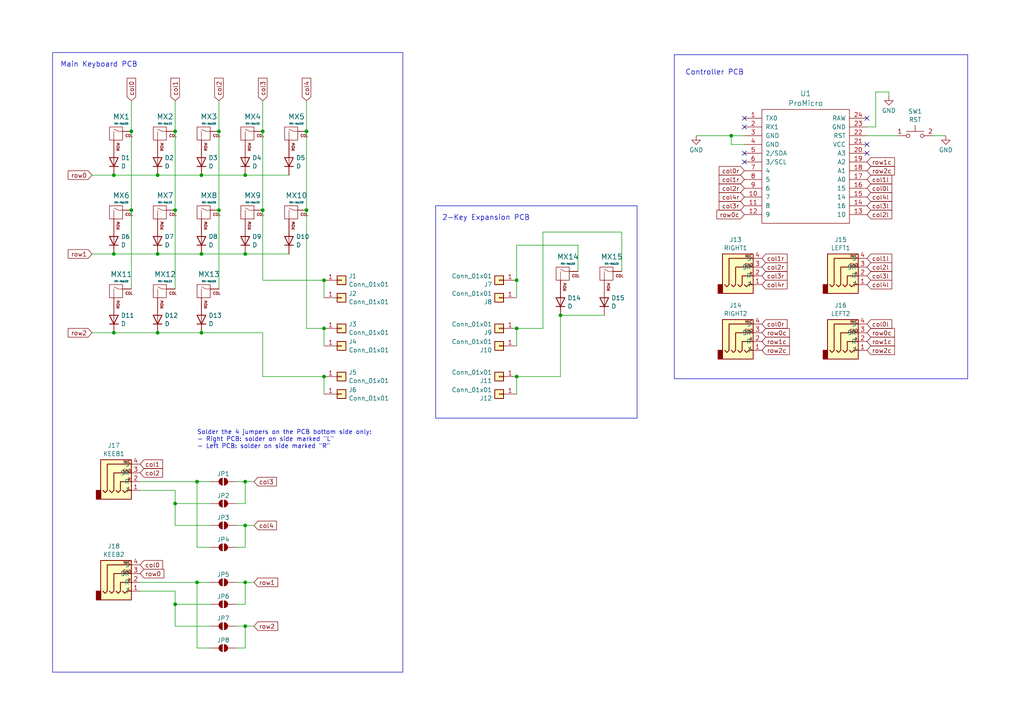
<source format=kicad_sch>
(kicad_sch
	(version 20250114)
	(generator "eeschema")
	(generator_version "9.0")
	(uuid "5db6fb98-fe0f-4bb5-bad9-fb1432c13aac")
	(paper "A4")
	(title_block
		(title "obiwanstenobit")
		(date "2025-12-27")
		(rev "0")
		(company "ivndbt.com")
	)
	(lib_symbols
		(symbol "AudioJack_TRRS_1"
			(exclude_from_sim no)
			(in_bom yes)
			(on_board yes)
			(property "Reference" "J11"
				(at -2.54 7.9545 0)
				(effects
					(font
						(size 1.27 1.27)
					)
				)
			)
			(property "Value" "AudioJack4"
				(at -2.54 5.5302 0)
				(effects
					(font
						(size 1.27 1.27)
					)
				)
			)
			(property "Footprint" "ivndbt.pretty-master:TRRS-PJ-320A"
				(at 0 0 0)
				(effects
					(font
						(size 1.27 1.27)
					)
					(hide yes)
				)
			)
			(property "Datasheet" "~"
				(at 0 0 0)
				(effects
					(font
						(size 1.27 1.27)
					)
					(hide yes)
				)
			)
			(property "Description" "Audio Jack, 4 Poles (TRRS)"
				(at 0 0 0)
				(effects
					(font
						(size 1.27 1.27)
					)
					(hide yes)
				)
			)
			(property "ki_keywords" "audio jack receptacle stereo headphones TRRS connector"
				(at 0 0 0)
				(effects
					(font
						(size 1.27 1.27)
					)
					(hide yes)
				)
			)
			(property "ki_fp_filters" "Jack*"
				(at 0 0 0)
				(effects
					(font
						(size 1.27 1.27)
					)
					(hide yes)
				)
			)
			(symbol "AudioJack_TRRS_1_0_1"
				(rectangle
					(start -6.35 -5.08)
					(end -7.62 -7.62)
					(stroke
						(width 0.254)
						(type default)
					)
					(fill
						(type outline)
					)
				)
				(polyline
					(pts
						(xy -5.715 -5.08) (xy -5.08 -5.715) (xy -4.445 -5.08) (xy -4.445 2.54) (xy 2.54 2.54)
					)
					(stroke
						(width 0.254)
						(type default)
					)
					(fill
						(type none)
					)
				)
				(polyline
					(pts
						(xy -1.905 -5.08) (xy -1.27 -5.715) (xy -0.635 -5.08) (xy -0.635 -2.54) (xy 2.54 -2.54)
					)
					(stroke
						(width 0.254)
						(type default)
					)
					(fill
						(type none)
					)
				)
				(polyline
					(pts
						(xy 0 -5.08) (xy 0.635 -5.715) (xy 1.27 -5.08) (xy 2.54 -5.08)
					)
					(stroke
						(width 0.254)
						(type default)
					)
					(fill
						(type none)
					)
				)
				(rectangle
					(start 2.54 3.81)
					(end -6.35 -7.62)
					(stroke
						(width 0.254)
						(type default)
					)
					(fill
						(type background)
					)
				)
				(polyline
					(pts
						(xy 2.54 0) (xy -2.54 0) (xy -2.54 -5.08) (xy -3.175 -5.715) (xy -3.81 -5.08)
					)
					(stroke
						(width 0.254)
						(type default)
					)
					(fill
						(type none)
					)
				)
			)
			(symbol "AudioJack_TRRS_1_1_1"
				(text "MIC"
					(at 1.27 3.175 0)
					(effects
						(font
							(size 0.8 0.8)
						)
					)
				)
				(text "GND"
					(at 1.27 0.635 0)
					(effects
						(font
							(size 0.8 0.8)
						)
					)
				)
				(text "R"
					(at 1.905 -1.905 0)
					(effects
						(font
							(size 0.8 0.8)
						)
					)
				)
				(text "L"
					(at 1.905 -4.445 0)
					(effects
						(font
							(size 0.8 0.8)
						)
					)
				)
				(pin passive line
					(at 5.08 2.54 180)
					(length 2.54)
					(name "S"
						(effects
							(font
								(size 1.27 1.27)
							)
						)
					)
					(number "4"
						(effects
							(font
								(size 1.27 1.27)
							)
						)
					)
				)
				(pin passive line
					(at 5.08 0 180)
					(length 2.54)
					(name "SR"
						(effects
							(font
								(size 1.27 1.27)
							)
						)
					)
					(number "3"
						(effects
							(font
								(size 1.27 1.27)
							)
						)
					)
				)
				(pin passive line
					(at 5.08 -2.54 180)
					(length 2.54)
					(name "R"
						(effects
							(font
								(size 1.27 1.27)
							)
						)
					)
					(number "2"
						(effects
							(font
								(size 1.27 1.27)
							)
						)
					)
				)
				(pin passive line
					(at 5.08 -5.08 180)
					(length 2.54)
					(name "T"
						(effects
							(font
								(size 1.27 1.27)
							)
						)
					)
					(number "1"
						(effects
							(font
								(size 1.27 1.27)
							)
						)
					)
				)
			)
			(embedded_fonts no)
		)
		(symbol "AudioJack_TRRS_2"
			(exclude_from_sim no)
			(in_bom yes)
			(on_board yes)
			(property "Reference" "J11"
				(at -2.54 7.9545 0)
				(effects
					(font
						(size 1.27 1.27)
					)
				)
			)
			(property "Value" "AudioJack4"
				(at -2.54 5.5302 0)
				(effects
					(font
						(size 1.27 1.27)
					)
				)
			)
			(property "Footprint" "ivndbt.pretty-master:TRRS-PJ-320A"
				(at 0 0 0)
				(effects
					(font
						(size 1.27 1.27)
					)
					(hide yes)
				)
			)
			(property "Datasheet" "~"
				(at 0 0 0)
				(effects
					(font
						(size 1.27 1.27)
					)
					(hide yes)
				)
			)
			(property "Description" "Audio Jack, 4 Poles (TRRS)"
				(at 0 0 0)
				(effects
					(font
						(size 1.27 1.27)
					)
					(hide yes)
				)
			)
			(property "ki_keywords" "audio jack receptacle stereo headphones TRRS connector"
				(at 0 0 0)
				(effects
					(font
						(size 1.27 1.27)
					)
					(hide yes)
				)
			)
			(property "ki_fp_filters" "Jack*"
				(at 0 0 0)
				(effects
					(font
						(size 1.27 1.27)
					)
					(hide yes)
				)
			)
			(symbol "AudioJack_TRRS_2_0_1"
				(rectangle
					(start -6.35 -5.08)
					(end -7.62 -7.62)
					(stroke
						(width 0.254)
						(type default)
					)
					(fill
						(type outline)
					)
				)
				(polyline
					(pts
						(xy -5.715 -5.08) (xy -5.08 -5.715) (xy -4.445 -5.08) (xy -4.445 2.54) (xy 2.54 2.54)
					)
					(stroke
						(width 0.254)
						(type default)
					)
					(fill
						(type none)
					)
				)
				(polyline
					(pts
						(xy -1.905 -5.08) (xy -1.27 -5.715) (xy -0.635 -5.08) (xy -0.635 -2.54) (xy 2.54 -2.54)
					)
					(stroke
						(width 0.254)
						(type default)
					)
					(fill
						(type none)
					)
				)
				(polyline
					(pts
						(xy 0 -5.08) (xy 0.635 -5.715) (xy 1.27 -5.08) (xy 2.54 -5.08)
					)
					(stroke
						(width 0.254)
						(type default)
					)
					(fill
						(type none)
					)
				)
				(rectangle
					(start 2.54 3.81)
					(end -6.35 -7.62)
					(stroke
						(width 0.254)
						(type default)
					)
					(fill
						(type background)
					)
				)
				(polyline
					(pts
						(xy 2.54 0) (xy -2.54 0) (xy -2.54 -5.08) (xy -3.175 -5.715) (xy -3.81 -5.08)
					)
					(stroke
						(width 0.254)
						(type default)
					)
					(fill
						(type none)
					)
				)
			)
			(symbol "AudioJack_TRRS_2_1_1"
				(text "MIC"
					(at 1.27 3.175 0)
					(effects
						(font
							(size 0.8 0.8)
						)
					)
				)
				(text "GND"
					(at 1.27 0.635 0)
					(effects
						(font
							(size 0.8 0.8)
						)
					)
				)
				(text "R"
					(at 1.905 -1.905 0)
					(effects
						(font
							(size 0.8 0.8)
						)
					)
				)
				(text "L"
					(at 1.905 -4.445 0)
					(effects
						(font
							(size 0.8 0.8)
						)
					)
				)
				(pin passive line
					(at 5.08 2.54 180)
					(length 2.54)
					(name "S"
						(effects
							(font
								(size 1.27 1.27)
							)
						)
					)
					(number "4"
						(effects
							(font
								(size 1.27 1.27)
							)
						)
					)
				)
				(pin passive line
					(at 5.08 0 180)
					(length 2.54)
					(name "SR"
						(effects
							(font
								(size 1.27 1.27)
							)
						)
					)
					(number "3"
						(effects
							(font
								(size 1.27 1.27)
							)
						)
					)
				)
				(pin passive line
					(at 5.08 -2.54 180)
					(length 2.54)
					(name "R"
						(effects
							(font
								(size 1.27 1.27)
							)
						)
					)
					(number "2"
						(effects
							(font
								(size 1.27 1.27)
							)
						)
					)
				)
				(pin passive line
					(at 5.08 -5.08 180)
					(length 2.54)
					(name "T"
						(effects
							(font
								(size 1.27 1.27)
							)
						)
					)
					(number "1"
						(effects
							(font
								(size 1.27 1.27)
							)
						)
					)
				)
			)
			(embedded_fonts no)
		)
		(symbol "ows-library:AudioJack_TRRS"
			(exclude_from_sim no)
			(in_bom yes)
			(on_board yes)
			(property "Reference" "J11"
				(at -2.54 7.9545 0)
				(effects
					(font
						(size 1.27 1.27)
					)
				)
			)
			(property "Value" "AudioJack4"
				(at -2.54 5.5302 0)
				(effects
					(font
						(size 1.27 1.27)
					)
				)
			)
			(property "Footprint" "ivndbt.pretty-master:TRRS-PJ-320A"
				(at 0 0 0)
				(effects
					(font
						(size 1.27 1.27)
					)
					(hide yes)
				)
			)
			(property "Datasheet" "~"
				(at 0 0 0)
				(effects
					(font
						(size 1.27 1.27)
					)
					(hide yes)
				)
			)
			(property "Description" "Audio Jack, 4 Poles (TRRS)"
				(at 0 0 0)
				(effects
					(font
						(size 1.27 1.27)
					)
					(hide yes)
				)
			)
			(property "ki_keywords" "audio jack receptacle stereo headphones TRRS connector"
				(at 0 0 0)
				(effects
					(font
						(size 1.27 1.27)
					)
					(hide yes)
				)
			)
			(property "ki_fp_filters" "Jack*"
				(at 0 0 0)
				(effects
					(font
						(size 1.27 1.27)
					)
					(hide yes)
				)
			)
			(symbol "AudioJack_TRRS_0_1"
				(rectangle
					(start -6.35 -5.08)
					(end -7.62 -7.62)
					(stroke
						(width 0.254)
						(type default)
					)
					(fill
						(type outline)
					)
				)
				(polyline
					(pts
						(xy -5.715 -5.08) (xy -5.08 -5.715) (xy -4.445 -5.08) (xy -4.445 2.54) (xy 2.54 2.54)
					)
					(stroke
						(width 0.254)
						(type default)
					)
					(fill
						(type none)
					)
				)
				(polyline
					(pts
						(xy -1.905 -5.08) (xy -1.27 -5.715) (xy -0.635 -5.08) (xy -0.635 -2.54) (xy 2.54 -2.54)
					)
					(stroke
						(width 0.254)
						(type default)
					)
					(fill
						(type none)
					)
				)
				(polyline
					(pts
						(xy 0 -5.08) (xy 0.635 -5.715) (xy 1.27 -5.08) (xy 2.54 -5.08)
					)
					(stroke
						(width 0.254)
						(type default)
					)
					(fill
						(type none)
					)
				)
				(rectangle
					(start 2.54 3.81)
					(end -6.35 -7.62)
					(stroke
						(width 0.254)
						(type default)
					)
					(fill
						(type background)
					)
				)
				(polyline
					(pts
						(xy 2.54 0) (xy -2.54 0) (xy -2.54 -5.08) (xy -3.175 -5.715) (xy -3.81 -5.08)
					)
					(stroke
						(width 0.254)
						(type default)
					)
					(fill
						(type none)
					)
				)
			)
			(symbol "AudioJack_TRRS_1_1"
				(text "MIC"
					(at 1.27 3.175 0)
					(effects
						(font
							(size 0.8 0.8)
						)
					)
				)
				(text "GND"
					(at 1.27 0.635 0)
					(effects
						(font
							(size 0.8 0.8)
						)
					)
				)
				(text "R"
					(at 1.905 -1.905 0)
					(effects
						(font
							(size 0.8 0.8)
						)
					)
				)
				(text "L"
					(at 1.905 -4.445 0)
					(effects
						(font
							(size 0.8 0.8)
						)
					)
				)
				(pin passive line
					(at 5.08 2.54 180)
					(length 2.54)
					(name "S"
						(effects
							(font
								(size 1.27 1.27)
							)
						)
					)
					(number "4"
						(effects
							(font
								(size 1.27 1.27)
							)
						)
					)
				)
				(pin passive line
					(at 5.08 0 180)
					(length 2.54)
					(name "SR"
						(effects
							(font
								(size 1.27 1.27)
							)
						)
					)
					(number "3"
						(effects
							(font
								(size 1.27 1.27)
							)
						)
					)
				)
				(pin passive line
					(at 5.08 -2.54 180)
					(length 2.54)
					(name "R"
						(effects
							(font
								(size 1.27 1.27)
							)
						)
					)
					(number "2"
						(effects
							(font
								(size 1.27 1.27)
							)
						)
					)
				)
				(pin passive line
					(at 5.08 -5.08 180)
					(length 2.54)
					(name "T"
						(effects
							(font
								(size 1.27 1.27)
							)
						)
					)
					(number "1"
						(effects
							(font
								(size 1.27 1.27)
							)
						)
					)
				)
			)
			(embedded_fonts no)
		)
		(symbol "ows-library:Conn_01x01"
			(pin_names
				(offset 1.016)
				(hide yes)
			)
			(exclude_from_sim no)
			(in_bom yes)
			(on_board yes)
			(property "Reference" "J1"
				(at 2.032 1.2122 0)
				(effects
					(font
						(size 1.27 1.27)
					)
					(justify left)
				)
			)
			(property "Value" "Conn_01x01"
				(at 2.032 -1.2121 0)
				(effects
					(font
						(size 1.27 1.27)
					)
					(justify left)
				)
			)
			(property "Footprint" ""
				(at 0 0 0)
				(effects
					(font
						(size 1.27 1.27)
					)
					(hide yes)
				)
			)
			(property "Datasheet" "~"
				(at 0 0 0)
				(effects
					(font
						(size 1.27 1.27)
					)
					(hide yes)
				)
			)
			(property "Description" "Generic connector, single row, 01x01, script generated (kicad-library-utils/schlib/autogen/connector/)"
				(at 0 0 0)
				(effects
					(font
						(size 1.27 1.27)
					)
					(hide yes)
				)
			)
			(property "ki_keywords" "connector"
				(at 0 0 0)
				(effects
					(font
						(size 1.27 1.27)
					)
					(hide yes)
				)
			)
			(property "ki_fp_filters" "Connector*:*_1x??_*"
				(at 0 0 0)
				(effects
					(font
						(size 1.27 1.27)
					)
					(hide yes)
				)
			)
			(symbol "Conn_01x01_1_1"
				(rectangle
					(start -1.27 1.27)
					(end 1.27 -1.27)
					(stroke
						(width 0.254)
						(type default)
					)
					(fill
						(type background)
					)
				)
				(rectangle
					(start -1.27 0.127)
					(end 0 -0.127)
					(stroke
						(width 0.1524)
						(type default)
					)
					(fill
						(type none)
					)
				)
				(pin passive line
					(at -5.08 0 0)
					(length 3.81)
					(name "Pin_1"
						(effects
							(font
								(size 1.27 1.27)
							)
						)
					)
					(number "1"
						(effects
							(font
								(size 1.27 1.27)
							)
						)
					)
				)
			)
			(embedded_fonts no)
		)
		(symbol "ows-library:D"
			(pin_numbers
				(hide yes)
			)
			(pin_names
				(offset 1.016)
				(hide yes)
			)
			(exclude_from_sim no)
			(in_bom yes)
			(on_board yes)
			(property "Reference" "D"
				(at 0 2.54 0)
				(effects
					(font
						(size 1.27 1.27)
					)
				)
			)
			(property "Value" "D"
				(at 0 -2.54 0)
				(effects
					(font
						(size 1.27 1.27)
					)
				)
			)
			(property "Footprint" ""
				(at 0 0 0)
				(effects
					(font
						(size 1.27 1.27)
					)
					(hide yes)
				)
			)
			(property "Datasheet" "~"
				(at 0 0 0)
				(effects
					(font
						(size 1.27 1.27)
					)
					(hide yes)
				)
			)
			(property "Description" "Diode"
				(at 0 0 0)
				(effects
					(font
						(size 1.27 1.27)
					)
					(hide yes)
				)
			)
			(property "ki_keywords" "diode"
				(at 0 0 0)
				(effects
					(font
						(size 1.27 1.27)
					)
					(hide yes)
				)
			)
			(property "ki_fp_filters" "TO-???* *_Diode_* *SingleDiode* D_*"
				(at 0 0 0)
				(effects
					(font
						(size 1.27 1.27)
					)
					(hide yes)
				)
			)
			(symbol "D_0_1"
				(polyline
					(pts
						(xy -1.27 1.27) (xy -1.27 -1.27)
					)
					(stroke
						(width 0.254)
						(type solid)
					)
					(fill
						(type none)
					)
				)
				(polyline
					(pts
						(xy 1.27 1.27) (xy 1.27 -1.27) (xy -1.27 0) (xy 1.27 1.27)
					)
					(stroke
						(width 0.254)
						(type solid)
					)
					(fill
						(type none)
					)
				)
				(polyline
					(pts
						(xy 1.27 0) (xy -1.27 0)
					)
					(stroke
						(width 0)
						(type solid)
					)
					(fill
						(type none)
					)
				)
			)
			(symbol "D_1_1"
				(pin passive line
					(at -3.81 0 0)
					(length 2.54)
					(name "K"
						(effects
							(font
								(size 1.27 1.27)
							)
						)
					)
					(number "1"
						(effects
							(font
								(size 1.27 1.27)
							)
						)
					)
				)
				(pin passive line
					(at 3.81 0 180)
					(length 2.54)
					(name "A"
						(effects
							(font
								(size 1.27 1.27)
							)
						)
					)
					(number "2"
						(effects
							(font
								(size 1.27 1.27)
							)
						)
					)
				)
			)
			(embedded_fonts no)
		)
		(symbol "ows-library:GND"
			(power)
			(pin_names
				(offset 0)
			)
			(exclude_from_sim no)
			(in_bom yes)
			(on_board yes)
			(property "Reference" "#PWR"
				(at 0 -6.35 0)
				(effects
					(font
						(size 1.27 1.27)
					)
					(hide yes)
				)
			)
			(property "Value" "GND"
				(at 0 -3.81 0)
				(effects
					(font
						(size 1.27 1.27)
					)
				)
			)
			(property "Footprint" ""
				(at 0 0 0)
				(effects
					(font
						(size 1.27 1.27)
					)
					(hide yes)
				)
			)
			(property "Datasheet" ""
				(at 0 0 0)
				(effects
					(font
						(size 1.27 1.27)
					)
					(hide yes)
				)
			)
			(property "Description" "Power symbol creates a global label with name \"GND\" , ground"
				(at 0 0 0)
				(effects
					(font
						(size 1.27 1.27)
					)
					(hide yes)
				)
			)
			(property "ki_keywords" "power-flag"
				(at 0 0 0)
				(effects
					(font
						(size 1.27 1.27)
					)
					(hide yes)
				)
			)
			(symbol "GND_0_1"
				(polyline
					(pts
						(xy 0 0) (xy 0 -1.27) (xy 1.27 -1.27) (xy 0 -2.54) (xy -1.27 -1.27) (xy 0 -1.27)
					)
					(stroke
						(width 0)
						(type solid)
					)
					(fill
						(type none)
					)
				)
			)
			(symbol "GND_1_1"
				(pin power_in line
					(at 0 0 270)
					(length 0)
					(hide yes)
					(name "GND"
						(effects
							(font
								(size 1.27 1.27)
							)
						)
					)
					(number "1"
						(effects
							(font
								(size 1.27 1.27)
							)
						)
					)
				)
			)
			(embedded_fonts no)
		)
		(symbol "ows-library:MX-NoLED"
			(pin_names
				(offset 1.016)
			)
			(exclude_from_sim no)
			(in_bom yes)
			(on_board yes)
			(property "Reference" "MX1"
				(at 0.8952 5.5358 0)
				(effects
					(font
						(size 1.524 1.524)
					)
				)
			)
			(property "Value" "MX-NoLED"
				(at 0.8952 3.5201 0)
				(effects
					(font
						(size 0.508 0.508)
					)
				)
			)
			(property "Footprint" ""
				(at -15.875 -0.635 0)
				(effects
					(font
						(size 1.524 1.524)
					)
					(hide yes)
				)
			)
			(property "Datasheet" ""
				(at -15.875 -0.635 0)
				(effects
					(font
						(size 1.524 1.524)
					)
					(hide yes)
				)
			)
			(property "Description" ""
				(at 0 0 0)
				(effects
					(font
						(size 1.27 1.27)
					)
					(hide yes)
				)
			)
			(symbol "MX-NoLED_0_0"
				(rectangle
					(start -2.54 2.54)
					(end 1.27 -1.27)
					(stroke
						(width 0)
						(type solid)
					)
					(fill
						(type none)
					)
				)
				(polyline
					(pts
						(xy -1.27 -1.27) (xy -1.27 1.27)
					)
					(stroke
						(width 0.127)
						(type solid)
					)
					(fill
						(type none)
					)
				)
				(polyline
					(pts
						(xy 1.27 1.27) (xy 0 1.27) (xy -1.27 1.905)
					)
					(stroke
						(width 0.127)
						(type solid)
					)
					(fill
						(type none)
					)
				)
				(text "ROW"
					(at 0 -1.905 900)
					(effects
						(font
							(size 0.762 0.762)
						)
						(justify right)
					)
				)
				(text "COL"
					(at 3.175 0 0)
					(effects
						(font
							(size 0.762 0.762)
						)
					)
				)
			)
			(symbol "MX-NoLED_1_1"
				(pin passive line
					(at -1.27 -3.81 90)
					(length 2.54)
					(name "ROW"
						(effects
							(font
								(size 0 0)
							)
						)
					)
					(number "2"
						(effects
							(font
								(size 0 0)
							)
						)
					)
				)
				(pin passive line
					(at 3.81 1.27 180)
					(length 2.54)
					(name "COL"
						(effects
							(font
								(size 0 0)
							)
						)
					)
					(number "1"
						(effects
							(font
								(size 0 0)
							)
						)
					)
				)
			)
			(embedded_fonts no)
		)
		(symbol "ows-library:ProMicro"
			(pin_names
				(offset 1.016)
			)
			(exclude_from_sim no)
			(in_bom yes)
			(on_board yes)
			(property "Reference" "U"
				(at 0 0 0)
				(effects
					(font
						(size 1.524 1.524)
					)
				)
			)
			(property "Value" "ProMicro"
				(at 0 -19.05 0)
				(effects
					(font
						(size 1.524 1.524)
					)
				)
			)
			(property "Footprint" ""
				(at 26.67 -63.5 90)
				(effects
					(font
						(size 1.524 1.524)
					)
					(hide yes)
				)
			)
			(property "Datasheet" ""
				(at 26.67 -63.5 90)
				(effects
					(font
						(size 1.524 1.524)
					)
					(hide yes)
				)
			)
			(property "Description" ""
				(at 0 0 0)
				(effects
					(font
						(size 1.27 1.27)
					)
					(hide yes)
				)
			)
			(symbol "ProMicro_0_1"
				(rectangle
					(start -12.7 -16.51)
					(end 12.7 16.51)
					(stroke
						(width 0)
						(type solid)
					)
					(fill
						(type none)
					)
				)
			)
			(symbol "ProMicro_1_1"
				(pin input line
					(at -17.78 13.97 0)
					(length 5.08)
					(name "TX0"
						(effects
							(font
								(size 1.27 1.27)
							)
						)
					)
					(number "1"
						(effects
							(font
								(size 1.27 1.27)
							)
						)
					)
				)
				(pin input line
					(at -17.78 11.43 0)
					(length 5.08)
					(name "RX1"
						(effects
							(font
								(size 1.27 1.27)
							)
						)
					)
					(number "2"
						(effects
							(font
								(size 1.27 1.27)
							)
						)
					)
				)
				(pin input line
					(at -17.78 8.89 0)
					(length 5.08)
					(name "GND"
						(effects
							(font
								(size 1.27 1.27)
							)
						)
					)
					(number "3"
						(effects
							(font
								(size 1.27 1.27)
							)
						)
					)
				)
				(pin input line
					(at -17.78 6.35 0)
					(length 5.08)
					(name "GND"
						(effects
							(font
								(size 1.27 1.27)
							)
						)
					)
					(number "4"
						(effects
							(font
								(size 1.27 1.27)
							)
						)
					)
				)
				(pin input line
					(at -17.78 3.81 0)
					(length 5.08)
					(name "2/SDA"
						(effects
							(font
								(size 1.27 1.27)
							)
						)
					)
					(number "5"
						(effects
							(font
								(size 1.27 1.27)
							)
						)
					)
				)
				(pin input line
					(at -17.78 1.27 0)
					(length 5.08)
					(name "3/SCL"
						(effects
							(font
								(size 1.27 1.27)
							)
						)
					)
					(number "6"
						(effects
							(font
								(size 1.27 1.27)
							)
						)
					)
				)
				(pin input line
					(at -17.78 -1.27 0)
					(length 5.08)
					(name "4"
						(effects
							(font
								(size 1.27 1.27)
							)
						)
					)
					(number "7"
						(effects
							(font
								(size 1.27 1.27)
							)
						)
					)
				)
				(pin input line
					(at -17.78 -3.81 0)
					(length 5.08)
					(name "5"
						(effects
							(font
								(size 1.27 1.27)
							)
						)
					)
					(number "8"
						(effects
							(font
								(size 1.27 1.27)
							)
						)
					)
				)
				(pin input line
					(at -17.78 -6.35 0)
					(length 5.08)
					(name "6"
						(effects
							(font
								(size 1.27 1.27)
							)
						)
					)
					(number "9"
						(effects
							(font
								(size 1.27 1.27)
							)
						)
					)
				)
				(pin input line
					(at -17.78 -8.89 0)
					(length 5.08)
					(name "7"
						(effects
							(font
								(size 1.27 1.27)
							)
						)
					)
					(number "10"
						(effects
							(font
								(size 1.27 1.27)
							)
						)
					)
				)
				(pin input line
					(at -17.78 -11.43 0)
					(length 5.08)
					(name "8"
						(effects
							(font
								(size 1.27 1.27)
							)
						)
					)
					(number "11"
						(effects
							(font
								(size 1.27 1.27)
							)
						)
					)
				)
				(pin input line
					(at -17.78 -13.97 0)
					(length 5.08)
					(name "9"
						(effects
							(font
								(size 1.27 1.27)
							)
						)
					)
					(number "12"
						(effects
							(font
								(size 1.27 1.27)
							)
						)
					)
				)
				(pin input line
					(at 17.78 13.97 180)
					(length 5.08)
					(name "RAW"
						(effects
							(font
								(size 1.27 1.27)
							)
						)
					)
					(number "24"
						(effects
							(font
								(size 1.27 1.27)
							)
						)
					)
				)
				(pin input line
					(at 17.78 11.43 180)
					(length 5.08)
					(name "GND"
						(effects
							(font
								(size 1.27 1.27)
							)
						)
					)
					(number "23"
						(effects
							(font
								(size 1.27 1.27)
							)
						)
					)
				)
				(pin input line
					(at 17.78 8.89 180)
					(length 5.08)
					(name "RST"
						(effects
							(font
								(size 1.27 1.27)
							)
						)
					)
					(number "22"
						(effects
							(font
								(size 1.27 1.27)
							)
						)
					)
				)
				(pin input line
					(at 17.78 6.35 180)
					(length 5.08)
					(name "VCC"
						(effects
							(font
								(size 1.27 1.27)
							)
						)
					)
					(number "21"
						(effects
							(font
								(size 1.27 1.27)
							)
						)
					)
				)
				(pin input line
					(at 17.78 3.81 180)
					(length 5.08)
					(name "A3"
						(effects
							(font
								(size 1.27 1.27)
							)
						)
					)
					(number "20"
						(effects
							(font
								(size 1.27 1.27)
							)
						)
					)
				)
				(pin input line
					(at 17.78 1.27 180)
					(length 5.08)
					(name "A2"
						(effects
							(font
								(size 1.27 1.27)
							)
						)
					)
					(number "19"
						(effects
							(font
								(size 1.27 1.27)
							)
						)
					)
				)
				(pin input line
					(at 17.78 -1.27 180)
					(length 5.08)
					(name "A1"
						(effects
							(font
								(size 1.27 1.27)
							)
						)
					)
					(number "18"
						(effects
							(font
								(size 1.27 1.27)
							)
						)
					)
				)
				(pin input line
					(at 17.78 -3.81 180)
					(length 5.08)
					(name "A0"
						(effects
							(font
								(size 1.27 1.27)
							)
						)
					)
					(number "17"
						(effects
							(font
								(size 1.27 1.27)
							)
						)
					)
				)
				(pin input line
					(at 17.78 -6.35 180)
					(length 5.08)
					(name "15"
						(effects
							(font
								(size 1.27 1.27)
							)
						)
					)
					(number "16"
						(effects
							(font
								(size 1.27 1.27)
							)
						)
					)
				)
				(pin input line
					(at 17.78 -8.89 180)
					(length 5.08)
					(name "14"
						(effects
							(font
								(size 1.27 1.27)
							)
						)
					)
					(number "15"
						(effects
							(font
								(size 1.27 1.27)
							)
						)
					)
				)
				(pin input line
					(at 17.78 -11.43 180)
					(length 5.08)
					(name "16"
						(effects
							(font
								(size 1.27 1.27)
							)
						)
					)
					(number "14"
						(effects
							(font
								(size 1.27 1.27)
							)
						)
					)
				)
				(pin input line
					(at 17.78 -13.97 180)
					(length 5.08)
					(name "10"
						(effects
							(font
								(size 1.27 1.27)
							)
						)
					)
					(number "13"
						(effects
							(font
								(size 1.27 1.27)
							)
						)
					)
				)
			)
			(embedded_fonts no)
		)
		(symbol "ows-library:SW_MEC_5G"
			(pin_numbers
				(hide yes)
			)
			(pin_names
				(offset 1.016)
				(hide yes)
			)
			(exclude_from_sim no)
			(in_bom yes)
			(on_board yes)
			(property "Reference" "SW2"
				(at 0 5.9309 0)
				(effects
					(font
						(size 1.27 1.27)
					)
				)
			)
			(property "Value" "SW_MEC_5G"
				(at 0 4.0099 0)
				(effects
					(font
						(size 1.27 1.27)
					)
				)
			)
			(property "Footprint" "rookiebwoy:Button_SW_6mm"
				(at 0 5.08 0)
				(effects
					(font
						(size 1.27 1.27)
					)
					(hide yes)
				)
			)
			(property "Datasheet" "http://www.apem.com/int/index.php?controller=attachment&id_attachment=488"
				(at 0 5.08 0)
				(effects
					(font
						(size 1.27 1.27)
					)
					(hide yes)
				)
			)
			(property "Description" "MEC 5G single pole normally-open tactile switch"
				(at 0 0 0)
				(effects
					(font
						(size 1.27 1.27)
					)
					(hide yes)
				)
			)
			(property "ki_keywords" "switch normally-open pushbutton push-button"
				(at 0 0 0)
				(effects
					(font
						(size 1.27 1.27)
					)
					(hide yes)
				)
			)
			(property "ki_fp_filters" "SW*MEC*5G*"
				(at 0 0 0)
				(effects
					(font
						(size 1.27 1.27)
					)
					(hide yes)
				)
			)
			(symbol "SW_MEC_5G_0_1"
				(circle
					(center -2.032 0)
					(radius 0.508)
					(stroke
						(width 0)
						(type solid)
					)
					(fill
						(type none)
					)
				)
				(polyline
					(pts
						(xy 0 1.27) (xy 0 3.048)
					)
					(stroke
						(width 0)
						(type solid)
					)
					(fill
						(type none)
					)
				)
				(circle
					(center 2.032 0)
					(radius 0.508)
					(stroke
						(width 0)
						(type solid)
					)
					(fill
						(type none)
					)
				)
				(polyline
					(pts
						(xy 2.54 1.27) (xy -2.54 1.27)
					)
					(stroke
						(width 0)
						(type solid)
					)
					(fill
						(type none)
					)
				)
			)
			(symbol "SW_MEC_5G_1_1"
				(text "1"
					(at -4.445 1.27 0)
					(effects
						(font
							(size 1.27 1.27)
						)
					)
				)
				(text "2"
					(at 4.445 1.27 0)
					(effects
						(font
							(size 1.27 1.27)
						)
					)
				)
				(pin passive line
					(at -5.08 0 0)
					(length 2.54)
					(name "1"
						(effects
							(font
								(size 1.27 1.27)
							)
						)
					)
					(number "1"
						(effects
							(font
								(size 1.27 1.27)
							)
						)
					)
				)
				(pin passive line
					(at 5.08 0 180)
					(length 2.54)
					(name "2"
						(effects
							(font
								(size 1.27 1.27)
							)
						)
					)
					(number "2"
						(effects
							(font
								(size 1.27 1.27)
							)
						)
					)
				)
			)
			(embedded_fonts no)
		)
		(symbol "ows-library:SolderJumper_2_Open"
			(pin_numbers
				(hide yes)
			)
			(pin_names
				(offset 0)
				(hide yes)
			)
			(exclude_from_sim no)
			(in_bom no)
			(on_board yes)
			(property "Reference" "JP5"
				(at 0 5.0335 0)
				(effects
					(font
						(size 1.27 1.27)
					)
				)
			)
			(property "Value" "SolderJumper_2_Open"
				(at 0 2.6092 0)
				(effects
					(font
						(size 1.27 1.27)
					)
				)
			)
			(property "Footprint" ""
				(at 0 0 0)
				(effects
					(font
						(size 1.27 1.27)
					)
					(hide yes)
				)
			)
			(property "Datasheet" "~"
				(at 0 0 0)
				(effects
					(font
						(size 1.27 1.27)
					)
					(hide yes)
				)
			)
			(property "Description" "Solder Jumper, 2-pole, open"
				(at 0 0 0)
				(effects
					(font
						(size 1.27 1.27)
					)
					(hide yes)
				)
			)
			(property "ki_keywords" "solder jumper SPST"
				(at 0 0 0)
				(effects
					(font
						(size 1.27 1.27)
					)
					(hide yes)
				)
			)
			(property "ki_fp_filters" "SolderJumper*Open*"
				(at 0 0 0)
				(effects
					(font
						(size 1.27 1.27)
					)
					(hide yes)
				)
			)
			(symbol "SolderJumper_2_Open_0_1"
				(polyline
					(pts
						(xy -0.254 1.016) (xy -0.254 -1.016)
					)
					(stroke
						(width 0)
						(type default)
					)
					(fill
						(type none)
					)
				)
				(arc
					(start -0.254 -1.016)
					(mid -1.2656 0)
					(end -0.254 1.016)
					(stroke
						(width 0)
						(type default)
					)
					(fill
						(type none)
					)
				)
				(arc
					(start -0.254 -1.016)
					(mid -1.2656 0)
					(end -0.254 1.016)
					(stroke
						(width 0)
						(type default)
					)
					(fill
						(type outline)
					)
				)
				(arc
					(start 0.254 1.016)
					(mid 1.2656 0)
					(end 0.254 -1.016)
					(stroke
						(width 0)
						(type default)
					)
					(fill
						(type none)
					)
				)
				(arc
					(start 0.254 1.016)
					(mid 1.2656 0)
					(end 0.254 -1.016)
					(stroke
						(width 0)
						(type default)
					)
					(fill
						(type outline)
					)
				)
				(polyline
					(pts
						(xy 0.254 1.016) (xy 0.254 -1.016)
					)
					(stroke
						(width 0)
						(type default)
					)
					(fill
						(type none)
					)
				)
			)
			(symbol "SolderJumper_2_Open_1_1"
				(pin passive line
					(at -3.81 0 0)
					(length 2.54)
					(name "A"
						(effects
							(font
								(size 1.27 1.27)
							)
						)
					)
					(number "1"
						(effects
							(font
								(size 1.27 1.27)
							)
						)
					)
				)
				(pin passive line
					(at 3.81 0 180)
					(length 2.54)
					(name "B"
						(effects
							(font
								(size 1.27 1.27)
							)
						)
					)
					(number "2"
						(effects
							(font
								(size 1.27 1.27)
							)
						)
					)
				)
			)
			(embedded_fonts no)
		)
	)
	(rectangle
		(start 126.365 59.69)
		(end 184.785 121.285)
		(stroke
			(width 0)
			(type default)
		)
		(fill
			(type none)
		)
		(uuid 39d5ff1a-54a4-418f-8db6-6a80743df085)
	)
	(rectangle
		(start 195.58 15.875)
		(end 280.67 109.855)
		(stroke
			(width 0)
			(type default)
		)
		(fill
			(type none)
		)
		(uuid 3c67ff29-da70-45c5-801c-e0937cac2ca5)
	)
	(rectangle
		(start 15.24 15.24)
		(end 116.84 194.945)
		(stroke
			(width 0)
			(type default)
		)
		(fill
			(type none)
		)
		(uuid f0524cc6-cd3e-4bda-abba-58b810ad3628)
	)
	(text "2-Key Expansion PCB"
		(exclude_from_sim no)
		(at 140.97 63.246 0)
		(effects
			(font
				(size 1.5 1.5)
			)
		)
		(uuid "5d056744-61c6-4376-b896-6b1da4a85f0e")
	)
	(text "Main Keyboard PCB"
		(exclude_from_sim no)
		(at 28.702 18.796 0)
		(effects
			(font
				(size 1.5 1.5)
			)
		)
		(uuid "c63fdfd4-0350-499b-ba06-936a30e9a4a5")
	)
	(text "Controller PCB"
		(exclude_from_sim no)
		(at 207.264 21.082 0)
		(effects
			(font
				(size 1.5 1.5)
			)
		)
		(uuid "ed2941e1-c93d-49d9-98d9-1b97186212cd")
	)
	(text "Solder the 4 jumpers on the PCB bottom side only:\n- Right PCB: solder on side marked \"L\"\n- Left PCB: solder on side marked \"R\""
		(exclude_from_sim no)
		(at 57.15 127.508 0)
		(effects
			(font
				(size 1.27 1.27)
			)
			(justify left)
		)
		(uuid "fb565087-09e3-49ac-a05a-1edfb2f2917c")
	)
	(junction
		(at 71.12 181.61)
		(diameter 0)
		(color 0 0 0 0)
		(uuid "02a732a2-dd01-47ac-a74a-e7f57a0512b7")
	)
	(junction
		(at 45.72 50.8)
		(diameter 0)
		(color 0 0 0 0)
		(uuid "0e6a5419-8f7a-479a-8206-4bbea0858f8e")
	)
	(junction
		(at 63.5 60.96)
		(diameter 0)
		(color 0 0 0 0)
		(uuid "12caa20a-906d-4006-8e83-9ece5f0146b7")
	)
	(junction
		(at 162.56 91.44)
		(diameter 0)
		(color 0 0 0 0)
		(uuid "18b97aee-d2cb-4d89-8fae-5a1427161e86")
	)
	(junction
		(at 57.15 168.91)
		(diameter 0)
		(color 0 0 0 0)
		(uuid "1e9d56c0-5bed-4b73-996f-2b78fb66175d")
	)
	(junction
		(at 38.1 60.96)
		(diameter 0)
		(color 0 0 0 0)
		(uuid "1ec1c16c-1aca-45a9-9582-2c3443ed832a")
	)
	(junction
		(at 58.42 96.52)
		(diameter 0)
		(color 0 0 0 0)
		(uuid "23e296b6-98ae-4137-ada8-4296776c7161")
	)
	(junction
		(at 50.8 38.1)
		(diameter 0)
		(color 0 0 0 0)
		(uuid "2a41b701-d6db-4dc4-83f9-c4789505bb36")
	)
	(junction
		(at 71.12 139.7)
		(diameter 0)
		(color 0 0 0 0)
		(uuid "2da33dd3-615e-4231-a576-24363d887873")
	)
	(junction
		(at 93.98 95.25)
		(diameter 0)
		(color 0 0 0 0)
		(uuid "2e1b7523-5382-4abf-a8f1-4a7e4806f9f4")
	)
	(junction
		(at 149.86 95.25)
		(diameter 0)
		(color 0 0 0 0)
		(uuid "4196cbba-b7cc-4ca4-bfdd-fc0e52a6a00d")
	)
	(junction
		(at 38.1 38.1)
		(diameter 0)
		(color 0 0 0 0)
		(uuid "444d0ac2-da55-41b2-9845-3ead957a25ca")
	)
	(junction
		(at 63.5 38.1)
		(diameter 0)
		(color 0 0 0 0)
		(uuid "50c5de2b-e7d4-421d-a96c-5288cd54352e")
	)
	(junction
		(at 71.12 73.66)
		(diameter 0)
		(color 0 0 0 0)
		(uuid "572f8560-12a1-49e0-a550-a995ccbcf68b")
	)
	(junction
		(at 212.09 39.37)
		(diameter 0)
		(color 0 0 0 0)
		(uuid "5c018602-cdd0-489a-b3a9-9dbd726b1d93")
	)
	(junction
		(at 149.86 109.22)
		(diameter 0)
		(color 0 0 0 0)
		(uuid "5ed60b60-9ee3-469f-b7c3-05eff074a85b")
	)
	(junction
		(at 33.02 73.66)
		(diameter 0)
		(color 0 0 0 0)
		(uuid "71625d07-af3b-492d-8549-b6273931cfea")
	)
	(junction
		(at 88.9 60.96)
		(diameter 0)
		(color 0 0 0 0)
		(uuid "783403e9-93c0-4aaf-a12b-202d7a7b31f7")
	)
	(junction
		(at 57.15 139.7)
		(diameter 0)
		(color 0 0 0 0)
		(uuid "7befa117-713e-455b-a74a-204527428d25")
	)
	(junction
		(at 33.02 50.8)
		(diameter 0)
		(color 0 0 0 0)
		(uuid "89fac30a-92f4-4195-9fe5-5c9181567b6c")
	)
	(junction
		(at 33.02 96.52)
		(diameter 0)
		(color 0 0 0 0)
		(uuid "8a9b7b9a-3bd3-4282-9e29-52d1ed7cf3f2")
	)
	(junction
		(at 50.8 60.96)
		(diameter 0)
		(color 0 0 0 0)
		(uuid "8bda7af2-563e-411c-b40d-b6eb6ae709a3")
	)
	(junction
		(at 71.12 168.91)
		(diameter 0)
		(color 0 0 0 0)
		(uuid "8e7c043d-c528-4502-8d77-b979e2142d89")
	)
	(junction
		(at 93.98 109.22)
		(diameter 0)
		(color 0 0 0 0)
		(uuid "a68beb39-29ad-41c0-8ec6-9b78e4f72aee")
	)
	(junction
		(at 50.8 175.26)
		(diameter 0)
		(color 0 0 0 0)
		(uuid "aab5131e-1d44-487f-9651-195a6631b4b9")
	)
	(junction
		(at 93.98 81.28)
		(diameter 0)
		(color 0 0 0 0)
		(uuid "ac16176d-aa7a-4091-85a3-de3da9292edd")
	)
	(junction
		(at 45.72 73.66)
		(diameter 0)
		(color 0 0 0 0)
		(uuid "b4dcc18b-2c7d-4428-a861-31495a30fe99")
	)
	(junction
		(at 50.8 146.05)
		(diameter 0)
		(color 0 0 0 0)
		(uuid "b601ab3d-b4c5-4f5f-ae8b-55569577adea")
	)
	(junction
		(at 71.12 50.8)
		(diameter 0)
		(color 0 0 0 0)
		(uuid "b87a7816-ca2f-4198-be5a-513b935b371e")
	)
	(junction
		(at 88.9 38.1)
		(diameter 0)
		(color 0 0 0 0)
		(uuid "ba0e76b5-83c0-43fe-bb77-36033b84d007")
	)
	(junction
		(at 76.2 38.1)
		(diameter 0)
		(color 0 0 0 0)
		(uuid "ba7601ca-54a7-4f95-a941-35c2fc07e132")
	)
	(junction
		(at 58.42 50.8)
		(diameter 0)
		(color 0 0 0 0)
		(uuid "bbed2b7b-62b3-48bb-a415-d76f0dcb2fa2")
	)
	(junction
		(at 58.42 73.66)
		(diameter 0)
		(color 0 0 0 0)
		(uuid "c65f30c1-f4db-4335-9142-8a318eecc60f")
	)
	(junction
		(at 149.86 81.28)
		(diameter 0)
		(color 0 0 0 0)
		(uuid "cb5b57ae-6dbc-437a-87ec-f3298086ff96")
	)
	(junction
		(at 76.2 60.96)
		(diameter 0)
		(color 0 0 0 0)
		(uuid "ec7bc977-e65b-4520-a132-d9cfbee9f9ae")
	)
	(junction
		(at 71.12 152.4)
		(diameter 0)
		(color 0 0 0 0)
		(uuid "f5099c7f-9362-4c18-bd3a-1287a0c1f898")
	)
	(junction
		(at 45.72 96.52)
		(diameter 0)
		(color 0 0 0 0)
		(uuid "fb15a2b0-48d7-49bd-bbc9-c0df185b872f")
	)
	(no_connect
		(at 215.9 36.83)
		(uuid "0e274860-4089-4b00-87ca-56c373f75bb0")
	)
	(no_connect
		(at 251.46 44.45)
		(uuid "1cb1e5ca-4a71-4c0d-b460-064f88eb5499")
	)
	(no_connect
		(at 251.46 41.91)
		(uuid "211df6a0-5853-4f81-805c-b9a6f2451abe")
	)
	(no_connect
		(at 215.9 34.29)
		(uuid "a2742ec4-d442-4111-a93c-f489d544692c")
	)
	(no_connect
		(at 251.46 34.29)
		(uuid "bf2b52b9-039f-4cc7-a4d8-1b577abff5ef")
	)
	(no_connect
		(at 215.9 46.99)
		(uuid "d7bebd87-16e1-4de2-95c5-e4264cb803a4")
	)
	(no_connect
		(at 215.9 44.45)
		(uuid "ed9934e6-c138-46e2-8598-9e41784746db")
	)
	(wire
		(pts
			(xy 180.34 67.31) (xy 180.34 78.74)
		)
		(stroke
			(width 0)
			(type default)
		)
		(uuid "00c7fdbe-0f28-4b8f-9983-20837d49b304")
	)
	(wire
		(pts
			(xy 68.58 181.61) (xy 71.12 181.61)
		)
		(stroke
			(width 0)
			(type default)
		)
		(uuid "034b6b4e-5da2-45c8-893a-e37a9291960a")
	)
	(wire
		(pts
			(xy 76.2 60.96) (xy 76.2 81.28)
		)
		(stroke
			(width 0)
			(type default)
		)
		(uuid "081b5f4d-9ce8-4430-9fbd-023ac945729a")
	)
	(wire
		(pts
			(xy 149.86 95.25) (xy 157.48 95.25)
		)
		(stroke
			(width 0)
			(type default)
		)
		(uuid "08f32eb4-d1d6-4a88-9482-fbcc534bdff5")
	)
	(wire
		(pts
			(xy 93.98 81.28) (xy 93.98 86.36)
		)
		(stroke
			(width 0)
			(type default)
		)
		(uuid "0bcfeda5-8a5d-4e34-bd99-118a5e665f79")
	)
	(wire
		(pts
			(xy 40.64 139.7) (xy 57.15 139.7)
		)
		(stroke
			(width 0)
			(type default)
		)
		(uuid "1142336f-85dc-49af-8513-17700ace12ea")
	)
	(wire
		(pts
			(xy 50.8 146.05) (xy 50.8 142.24)
		)
		(stroke
			(width 0)
			(type default)
		)
		(uuid "11bfcbae-50be-454d-a7da-24a353b403ad")
	)
	(wire
		(pts
			(xy 38.1 29.21) (xy 38.1 38.1)
		)
		(stroke
			(width 0)
			(type default)
		)
		(uuid "140911f5-7dcd-47ac-ab1c-8e6765db4266")
	)
	(wire
		(pts
			(xy 63.5 38.1) (xy 63.5 60.96)
		)
		(stroke
			(width 0)
			(type default)
		)
		(uuid "17c88a21-c00d-45cc-a28e-0fcc57d8daca")
	)
	(wire
		(pts
			(xy 60.96 187.96) (xy 57.15 187.96)
		)
		(stroke
			(width 0)
			(type default)
		)
		(uuid "18f18fdc-314f-459f-ab27-8841fd81f85e")
	)
	(wire
		(pts
			(xy 88.9 29.21) (xy 88.9 38.1)
		)
		(stroke
			(width 0)
			(type default)
		)
		(uuid "1f455dcf-9231-4686-bbf5-d6bdd301b306")
	)
	(wire
		(pts
			(xy 71.12 73.66) (xy 83.82 73.66)
		)
		(stroke
			(width 0)
			(type default)
		)
		(uuid "20b225cf-ccea-4a45-b32e-caf4e97a4424")
	)
	(wire
		(pts
			(xy 50.8 152.4) (xy 60.96 152.4)
		)
		(stroke
			(width 0)
			(type default)
		)
		(uuid "2231006e-20b7-4779-95b3-226ea63425c9")
	)
	(wire
		(pts
			(xy 68.58 146.05) (xy 71.12 146.05)
		)
		(stroke
			(width 0)
			(type default)
		)
		(uuid "2246356f-60c1-42a4-bcd6-a9fd41d39f50")
	)
	(wire
		(pts
			(xy 254 26.67) (xy 257.81 26.67)
		)
		(stroke
			(width 0)
			(type default)
		)
		(uuid "22c264d2-8794-4790-84e7-f38e73794b2e")
	)
	(wire
		(pts
			(xy 88.9 60.96) (xy 88.9 95.25)
		)
		(stroke
			(width 0)
			(type default)
		)
		(uuid "2774a555-b091-40b8-b49c-5c084a01e1bd")
	)
	(wire
		(pts
			(xy 26.67 96.52) (xy 33.02 96.52)
		)
		(stroke
			(width 0)
			(type default)
		)
		(uuid "2b430571-8769-4543-96d6-0efc01a2e070")
	)
	(wire
		(pts
			(xy 270.51 39.37) (xy 274.32 39.37)
		)
		(stroke
			(width 0)
			(type default)
		)
		(uuid "2ca253b0-e1d5-45b6-9059-84fda38b820c")
	)
	(wire
		(pts
			(xy 60.96 158.75) (xy 57.15 158.75)
		)
		(stroke
			(width 0)
			(type default)
		)
		(uuid "34c3f145-c917-443c-a224-36f10d5b95a2")
	)
	(wire
		(pts
			(xy 93.98 95.25) (xy 93.98 100.33)
		)
		(stroke
			(width 0)
			(type default)
		)
		(uuid "3c49b0d3-ca08-4f71-a68c-0a50c7f44828")
	)
	(wire
		(pts
			(xy 50.8 175.26) (xy 50.8 171.45)
		)
		(stroke
			(width 0)
			(type default)
		)
		(uuid "3c7f26ac-57d9-4bca-adf9-7a065a4b2eca")
	)
	(wire
		(pts
			(xy 149.86 71.12) (xy 167.64 71.12)
		)
		(stroke
			(width 0)
			(type default)
		)
		(uuid "3d0614fb-ca04-43c9-87ea-05e46c79d48c")
	)
	(wire
		(pts
			(xy 58.42 50.8) (xy 71.12 50.8)
		)
		(stroke
			(width 0)
			(type default)
		)
		(uuid "3e1054c4-7deb-4e29-9e5a-8df9fc6d4b29")
	)
	(wire
		(pts
			(xy 50.8 175.26) (xy 60.96 175.26)
		)
		(stroke
			(width 0)
			(type default)
		)
		(uuid "403317e9-4c9a-44ee-89cb-2f8dbb67caa7")
	)
	(wire
		(pts
			(xy 33.02 73.66) (xy 45.72 73.66)
		)
		(stroke
			(width 0)
			(type default)
		)
		(uuid "427bcc8a-b746-41d0-82bb-4f96031ce887")
	)
	(wire
		(pts
			(xy 68.58 168.91) (xy 71.12 168.91)
		)
		(stroke
			(width 0)
			(type default)
		)
		(uuid "43eb03db-8371-4485-b600-b747e489db9a")
	)
	(wire
		(pts
			(xy 93.98 109.22) (xy 93.98 114.3)
		)
		(stroke
			(width 0)
			(type default)
		)
		(uuid "46727c37-c279-4e8c-8de7-85f8b90e032d")
	)
	(wire
		(pts
			(xy 63.5 60.96) (xy 63.5 83.82)
		)
		(stroke
			(width 0)
			(type default)
		)
		(uuid "47f2a95f-d643-4fe7-af45-2113d5a15461")
	)
	(wire
		(pts
			(xy 26.67 50.8) (xy 33.02 50.8)
		)
		(stroke
			(width 0)
			(type default)
		)
		(uuid "485ec788-e598-460f-bd09-1c4e372c856c")
	)
	(wire
		(pts
			(xy 76.2 96.52) (xy 58.42 96.52)
		)
		(stroke
			(width 0)
			(type default)
		)
		(uuid "4a0f87ae-e240-4ef5-96dd-8f401f3f2140")
	)
	(wire
		(pts
			(xy 50.8 152.4) (xy 50.8 146.05)
		)
		(stroke
			(width 0)
			(type default)
		)
		(uuid "4bcea278-b6d4-4293-a0ad-a8e1279b5ab7")
	)
	(wire
		(pts
			(xy 254 36.83) (xy 251.46 36.83)
		)
		(stroke
			(width 0)
			(type default)
		)
		(uuid "4cc1057d-c58f-44d5-bf59-cadb268173a5")
	)
	(wire
		(pts
			(xy 33.02 96.52) (xy 45.72 96.52)
		)
		(stroke
			(width 0)
			(type default)
		)
		(uuid "4f208ee7-2290-4936-ac5e-d255d74c622e")
	)
	(wire
		(pts
			(xy 45.72 50.8) (xy 58.42 50.8)
		)
		(stroke
			(width 0)
			(type default)
		)
		(uuid "54f691d8-65e0-4114-a524-e6c58827dfd7")
	)
	(wire
		(pts
			(xy 76.2 81.28) (xy 93.98 81.28)
		)
		(stroke
			(width 0)
			(type default)
		)
		(uuid "58131be1-4c3e-42b5-818c-e8fb95cf551a")
	)
	(wire
		(pts
			(xy 40.64 168.91) (xy 57.15 168.91)
		)
		(stroke
			(width 0)
			(type default)
		)
		(uuid "5a73b344-c4e2-44a7-9137-a9eb0ad6cf65")
	)
	(wire
		(pts
			(xy 76.2 109.22) (xy 76.2 96.52)
		)
		(stroke
			(width 0)
			(type default)
		)
		(uuid "5dbc9230-8bed-468d-ab29-d3642e2d6b48")
	)
	(wire
		(pts
			(xy 71.12 181.61) (xy 73.66 181.61)
		)
		(stroke
			(width 0)
			(type default)
		)
		(uuid "5e3c7deb-66cf-4dae-b74d-6580e32821a8")
	)
	(wire
		(pts
			(xy 157.48 67.31) (xy 180.34 67.31)
		)
		(stroke
			(width 0)
			(type default)
		)
		(uuid "5ef11ca3-06a2-4ee2-aeb3-4c4ce423ae96")
	)
	(wire
		(pts
			(xy 57.15 139.7) (xy 60.96 139.7)
		)
		(stroke
			(width 0)
			(type default)
		)
		(uuid "63a1489e-3ac1-402e-b8a2-c330f02812fe")
	)
	(wire
		(pts
			(xy 212.09 39.37) (xy 215.9 39.37)
		)
		(stroke
			(width 0)
			(type default)
		)
		(uuid "63a30dc3-f970-4bdf-a76e-fbd15353cb09")
	)
	(wire
		(pts
			(xy 68.58 175.26) (xy 71.12 175.26)
		)
		(stroke
			(width 0)
			(type default)
		)
		(uuid "644b116c-f704-4e79-8426-fdfa1490369a")
	)
	(wire
		(pts
			(xy 68.58 152.4) (xy 71.12 152.4)
		)
		(stroke
			(width 0)
			(type default)
		)
		(uuid "66c6b636-b8e2-434d-9a2c-1be61fdb8c83")
	)
	(wire
		(pts
			(xy 26.67 73.66) (xy 33.02 73.66)
		)
		(stroke
			(width 0)
			(type default)
		)
		(uuid "6786ca4c-3725-45cf-90c9-c3827b9ed571")
	)
	(wire
		(pts
			(xy 162.56 109.22) (xy 162.56 91.44)
		)
		(stroke
			(width 0)
			(type default)
		)
		(uuid "775f7913-0a2d-4692-a195-f33052b5ecbd")
	)
	(wire
		(pts
			(xy 162.56 91.44) (xy 175.26 91.44)
		)
		(stroke
			(width 0)
			(type default)
		)
		(uuid "77e39e2f-49b2-4d33-96f6-668ae25c1d9f")
	)
	(wire
		(pts
			(xy 45.72 73.66) (xy 58.42 73.66)
		)
		(stroke
			(width 0)
			(type default)
		)
		(uuid "80c40208-ba81-4b56-886b-394ee3b5f9ba")
	)
	(wire
		(pts
			(xy 50.8 60.96) (xy 50.8 83.82)
		)
		(stroke
			(width 0)
			(type default)
		)
		(uuid "8750dac7-6a95-4d88-8832-c090aa6acda7")
	)
	(wire
		(pts
			(xy 50.8 181.61) (xy 50.8 175.26)
		)
		(stroke
			(width 0)
			(type default)
		)
		(uuid "897b6b66-dd77-494d-a0cf-e126ae2e0f82")
	)
	(wire
		(pts
			(xy 71.12 146.05) (xy 71.12 139.7)
		)
		(stroke
			(width 0)
			(type default)
		)
		(uuid "8a0992b9-77e0-44d5-b4d5-3e30dc144c2a")
	)
	(wire
		(pts
			(xy 38.1 38.1) (xy 38.1 60.96)
		)
		(stroke
			(width 0)
			(type default)
		)
		(uuid "8ca7c1df-25d0-4ac2-b340-1f5748838ab9")
	)
	(wire
		(pts
			(xy 57.15 139.7) (xy 57.15 158.75)
		)
		(stroke
			(width 0)
			(type default)
		)
		(uuid "8e82abc0-2d0c-4ca5-8991-f740b6d2a727")
	)
	(wire
		(pts
			(xy 71.12 175.26) (xy 71.12 168.91)
		)
		(stroke
			(width 0)
			(type default)
		)
		(uuid "91ec9ace-ced0-4915-8ce4-b3a07c970360")
	)
	(wire
		(pts
			(xy 71.12 158.75) (xy 71.12 152.4)
		)
		(stroke
			(width 0)
			(type default)
		)
		(uuid "92f248b4-ba15-43bc-aa0b-04fe10ad13f8")
	)
	(wire
		(pts
			(xy 149.86 81.28) (xy 149.86 86.36)
		)
		(stroke
			(width 0)
			(type default)
		)
		(uuid "94851f87-1a15-4e86-af35-d0d7fc99333c")
	)
	(wire
		(pts
			(xy 71.12 168.91) (xy 73.66 168.91)
		)
		(stroke
			(width 0)
			(type default)
		)
		(uuid "9a367c52-262c-4009-9fca-d1035faa58f0")
	)
	(wire
		(pts
			(xy 254 26.67) (xy 254 36.83)
		)
		(stroke
			(width 0)
			(type default)
		)
		(uuid "9c3a8d15-7e3b-45aa-8dcb-1bc4ab1bd923")
	)
	(wire
		(pts
			(xy 68.58 139.7) (xy 71.12 139.7)
		)
		(stroke
			(width 0)
			(type default)
		)
		(uuid "a3074b41-36ab-450d-8766-5c8d7c4380e5")
	)
	(wire
		(pts
			(xy 88.9 38.1) (xy 88.9 60.96)
		)
		(stroke
			(width 0)
			(type default)
		)
		(uuid "a3537bc3-8e00-4916-9f3c-33328a684243")
	)
	(wire
		(pts
			(xy 71.12 187.96) (xy 71.12 181.61)
		)
		(stroke
			(width 0)
			(type default)
		)
		(uuid "a4bd5705-98f7-49af-8e7d-bc59cae8e71c")
	)
	(wire
		(pts
			(xy 76.2 29.21) (xy 76.2 38.1)
		)
		(stroke
			(width 0)
			(type default)
		)
		(uuid "a4be8b80-8bb9-4abb-b51f-db882a4bce55")
	)
	(wire
		(pts
			(xy 40.64 171.45) (xy 50.8 171.45)
		)
		(stroke
			(width 0)
			(type default)
		)
		(uuid "a4e08708-9cea-4448-b4b3-a64ad10356cb")
	)
	(wire
		(pts
			(xy 40.64 142.24) (xy 50.8 142.24)
		)
		(stroke
			(width 0)
			(type default)
		)
		(uuid "a59fabda-1207-4729-8bff-78feeb47311d")
	)
	(wire
		(pts
			(xy 76.2 109.22) (xy 93.98 109.22)
		)
		(stroke
			(width 0)
			(type default)
		)
		(uuid "a77e610e-4fd4-4f7a-8f14-5b4b1af6843a")
	)
	(wire
		(pts
			(xy 71.12 152.4) (xy 73.66 152.4)
		)
		(stroke
			(width 0)
			(type default)
		)
		(uuid "adc41f82-2a70-40d9-9083-bfeb117f475b")
	)
	(wire
		(pts
			(xy 88.9 95.25) (xy 93.98 95.25)
		)
		(stroke
			(width 0)
			(type default)
		)
		(uuid "adc6a32f-287a-4770-a8de-c44fe9cea613")
	)
	(wire
		(pts
			(xy 71.12 139.7) (xy 73.66 139.7)
		)
		(stroke
			(width 0)
			(type default)
		)
		(uuid "aedf0d8c-c040-45e2-b098-812003a56582")
	)
	(wire
		(pts
			(xy 149.86 95.25) (xy 149.86 100.33)
		)
		(stroke
			(width 0)
			(type default)
		)
		(uuid "af2bf321-cb67-478e-b63f-5888df13c37d")
	)
	(wire
		(pts
			(xy 68.58 158.75) (xy 71.12 158.75)
		)
		(stroke
			(width 0)
			(type default)
		)
		(uuid "b4853548-96b7-42e2-9497-b152cfd331d8")
	)
	(wire
		(pts
			(xy 38.1 60.96) (xy 38.1 83.82)
		)
		(stroke
			(width 0)
			(type default)
		)
		(uuid "bdd86d15-da10-45a4-9b4f-799a08012719")
	)
	(wire
		(pts
			(xy 57.15 168.91) (xy 57.15 187.96)
		)
		(stroke
			(width 0)
			(type default)
		)
		(uuid "bfb513f5-8105-40db-a88b-577202f37903")
	)
	(wire
		(pts
			(xy 63.5 29.21) (xy 63.5 38.1)
		)
		(stroke
			(width 0)
			(type default)
		)
		(uuid "c2d36b87-b3fb-4dd5-865e-f4432a2ee242")
	)
	(wire
		(pts
			(xy 157.48 95.25) (xy 157.48 67.31)
		)
		(stroke
			(width 0)
			(type default)
		)
		(uuid "c7886068-40ec-4da9-9b52-544f7347ea37")
	)
	(wire
		(pts
			(xy 257.81 26.67) (xy 257.81 27.94)
		)
		(stroke
			(width 0)
			(type default)
		)
		(uuid "d55fd45a-595c-445f-80f7-f2b43c4bd79a")
	)
	(wire
		(pts
			(xy 50.8 38.1) (xy 50.8 60.96)
		)
		(stroke
			(width 0)
			(type default)
		)
		(uuid "d8e40420-c0e6-4e9b-8863-0b026b100933")
	)
	(wire
		(pts
			(xy 251.46 39.37) (xy 260.35 39.37)
		)
		(stroke
			(width 0)
			(type default)
		)
		(uuid "d9a1af08-e387-4837-b827-694054650a49")
	)
	(wire
		(pts
			(xy 149.86 109.22) (xy 162.56 109.22)
		)
		(stroke
			(width 0)
			(type default)
		)
		(uuid "df1aa5fc-674d-4f85-a5ed-cee844fd066d")
	)
	(wire
		(pts
			(xy 212.09 41.91) (xy 212.09 39.37)
		)
		(stroke
			(width 0)
			(type default)
		)
		(uuid "e04add35-4505-4cd4-94bd-dfaad2bbed6b")
	)
	(wire
		(pts
			(xy 50.8 181.61) (xy 60.96 181.61)
		)
		(stroke
			(width 0)
			(type default)
		)
		(uuid "e0f4da54-6dd3-4fd7-b470-ed3d942e5cc3")
	)
	(wire
		(pts
			(xy 33.02 50.8) (xy 45.72 50.8)
		)
		(stroke
			(width 0)
			(type default)
		)
		(uuid "e37804b9-ae1f-43dd-8050-39b04fc5ae0d")
	)
	(wire
		(pts
			(xy 68.58 187.96) (xy 71.12 187.96)
		)
		(stroke
			(width 0)
			(type default)
		)
		(uuid "e4402bcb-76ca-4978-b703-4cc228b693f3")
	)
	(wire
		(pts
			(xy 50.8 29.21) (xy 50.8 38.1)
		)
		(stroke
			(width 0)
			(type default)
		)
		(uuid "e4f5d888-a256-4ebb-829f-4612d2910583")
	)
	(wire
		(pts
			(xy 57.15 168.91) (xy 60.96 168.91)
		)
		(stroke
			(width 0)
			(type default)
		)
		(uuid "e7e02a09-787a-4d81-8d81-a48774348e3a")
	)
	(wire
		(pts
			(xy 201.93 39.37) (xy 212.09 39.37)
		)
		(stroke
			(width 0)
			(type default)
		)
		(uuid "e7ed72c1-64d2-4653-8a08-40e4aa8592dc")
	)
	(wire
		(pts
			(xy 76.2 38.1) (xy 76.2 60.96)
		)
		(stroke
			(width 0)
			(type default)
		)
		(uuid "eb4b8499-c051-44cd-aae1-2bc0e1c23622")
	)
	(wire
		(pts
			(xy 215.9 41.91) (xy 212.09 41.91)
		)
		(stroke
			(width 0)
			(type default)
		)
		(uuid "ec427e68-0a3d-44c6-8c05-6b21a6a0a324")
	)
	(wire
		(pts
			(xy 71.12 50.8) (xy 83.82 50.8)
		)
		(stroke
			(width 0)
			(type default)
		)
		(uuid "ed2404f1-4fc9-4db7-9245-77d24f7dbf1d")
	)
	(wire
		(pts
			(xy 58.42 73.66) (xy 71.12 73.66)
		)
		(stroke
			(width 0)
			(type default)
		)
		(uuid "ed2b4716-2e29-41c2-90f8-7279dca042ba")
	)
	(wire
		(pts
			(xy 149.86 81.28) (xy 149.86 71.12)
		)
		(stroke
			(width 0)
			(type default)
		)
		(uuid "f008a0e5-5cd8-4220-8d1f-e985c0ecc825")
	)
	(wire
		(pts
			(xy 50.8 146.05) (xy 60.96 146.05)
		)
		(stroke
			(width 0)
			(type default)
		)
		(uuid "f5f6d3f4-f692-4934-95b9-4d3685649f04")
	)
	(wire
		(pts
			(xy 167.64 71.12) (xy 167.64 78.74)
		)
		(stroke
			(width 0)
			(type default)
		)
		(uuid "f6424f84-9430-4e2b-acf2-c928c6c82937")
	)
	(wire
		(pts
			(xy 45.72 96.52) (xy 58.42 96.52)
		)
		(stroke
			(width 0)
			(type default)
		)
		(uuid "fca5cd34-beb0-42ad-80b5-6c3e33c344c0")
	)
	(wire
		(pts
			(xy 149.86 109.22) (xy 149.86 114.3)
		)
		(stroke
			(width 0)
			(type default)
		)
		(uuid "fd4587e4-594c-4562-b4f5-1a2ad48199fd")
	)
	(global_label "col1"
		(shape input)
		(at 40.64 134.62 0)
		(fields_autoplaced yes)
		(effects
			(font
				(size 1.27 1.27)
			)
			(justify left)
		)
		(uuid "05e64bbd-0602-47f6-a6e7-fa59ef49d1c5")
		(property "Intersheetrefs" "${INTERSHEET_REFS}"
			(at 47.7375 134.62 0)
			(effects
				(font
					(size 1.27 1.27)
				)
				(justify left)
				(hide yes)
			)
		)
	)
	(global_label "col0"
		(shape input)
		(at 38.1 29.21 90)
		(fields_autoplaced yes)
		(effects
			(font
				(size 1.27 1.27)
			)
			(justify left)
		)
		(uuid "0b9519e3-995f-4577-ae49-86ca136b6a4b")
		(property "Intersheetrefs" "${INTERSHEET_REFS}"
			(at 38.1 22.1125 90)
			(effects
				(font
					(size 1.27 1.27)
				)
				(justify left)
				(hide yes)
			)
		)
	)
	(global_label "row1"
		(shape input)
		(at 26.67 73.66 180)
		(fields_autoplaced yes)
		(effects
			(font
				(size 1.27 1.27)
			)
			(justify right)
		)
		(uuid "0f2b62a9-42bc-4890-8f45-779cde8bc047")
		(property "Intersheetrefs" "${INTERSHEET_REFS}"
			(at 19.2096 73.66 0)
			(effects
				(font
					(size 1.27 1.27)
				)
				(justify right)
				(hide yes)
			)
		)
	)
	(global_label "col0r"
		(shape input)
		(at 220.98 93.98 0)
		(fields_autoplaced yes)
		(effects
			(font
				(size 1.27 1.27)
			)
			(justify left)
		)
		(uuid "0f5d4dfc-ca58-4865-ab72-368be5885d8d")
		(property "Intersheetrefs" "${INTERSHEET_REFS}"
			(at 228.8637 93.98 0)
			(effects
				(font
					(size 1.27 1.27)
				)
				(justify left)
				(hide yes)
			)
		)
	)
	(global_label "row1c"
		(shape input)
		(at 251.46 99.06 0)
		(fields_autoplaced yes)
		(effects
			(font
				(size 1.27 1.27)
			)
			(justify left)
		)
		(uuid "156824ba-89f0-4a68-86bb-75c664381f70")
		(property "Intersheetrefs" "${INTERSHEET_REFS}"
			(at 260.009 99.06 0)
			(effects
				(font
					(size 1.27 1.27)
				)
				(justify left)
				(hide yes)
			)
		)
	)
	(global_label "row1c"
		(shape input)
		(at 220.98 99.06 0)
		(fields_autoplaced yes)
		(effects
			(font
				(size 1.27 1.27)
			)
			(justify left)
		)
		(uuid "188ddb33-7312-48b2-b4bb-d2a16eb9b921")
		(property "Intersheetrefs" "${INTERSHEET_REFS}"
			(at 229.529 99.06 0)
			(effects
				(font
					(size 1.27 1.27)
				)
				(justify left)
				(hide yes)
			)
		)
	)
	(global_label "col2l"
		(shape input)
		(at 251.46 77.47 0)
		(fields_autoplaced yes)
		(effects
			(font
				(size 1.27 1.27)
			)
			(justify left)
		)
		(uuid "230111d2-b957-4b6f-9399-e18b9758bc2b")
		(property "Intersheetrefs" "${INTERSHEET_REFS}"
			(at 259.2227 77.47 0)
			(effects
				(font
					(size 1.27 1.27)
				)
				(justify left)
				(hide yes)
			)
		)
	)
	(global_label "col2"
		(shape input)
		(at 63.5 29.21 90)
		(fields_autoplaced yes)
		(effects
			(font
				(size 1.27 1.27)
			)
			(justify left)
		)
		(uuid "2ce8b825-252e-48c0-bd10-d6b3edb8af5f")
		(property "Intersheetrefs" "${INTERSHEET_REFS}"
			(at 63.5 22.1125 90)
			(effects
				(font
					(size 1.27 1.27)
				)
				(justify left)
				(hide yes)
			)
		)
	)
	(global_label "col3"
		(shape input)
		(at 73.66 139.7 0)
		(fields_autoplaced yes)
		(effects
			(font
				(size 1.27 1.27)
			)
			(justify left)
		)
		(uuid "312d7856-351a-4901-b59d-3a72bd782f32")
		(property "Intersheetrefs" "${INTERSHEET_REFS}"
			(at 80.7575 139.7 0)
			(effects
				(font
					(size 1.27 1.27)
				)
				(justify left)
				(hide yes)
			)
		)
	)
	(global_label "col3l"
		(shape input)
		(at 251.46 80.01 0)
		(fields_autoplaced yes)
		(effects
			(font
				(size 1.27 1.27)
			)
			(justify left)
		)
		(uuid "32677203-ac53-4dd0-ac02-6b08d2dcc396")
		(property "Intersheetrefs" "${INTERSHEET_REFS}"
			(at 259.2227 80.01 0)
			(effects
				(font
					(size 1.27 1.27)
				)
				(justify left)
				(hide yes)
			)
		)
	)
	(global_label "col0l"
		(shape input)
		(at 251.46 54.61 0)
		(fields_autoplaced yes)
		(effects
			(font
				(size 1.27 1.27)
			)
			(justify left)
		)
		(uuid "395fb49b-46f5-40fd-b786-e2a57bc2b7d6")
		(property "Intersheetrefs" "${INTERSHEET_REFS}"
			(at 259.2227 54.61 0)
			(effects
				(font
					(size 1.27 1.27)
				)
				(justify left)
				(hide yes)
			)
		)
	)
	(global_label "col0"
		(shape input)
		(at 40.64 163.83 0)
		(fields_autoplaced yes)
		(effects
			(font
				(size 1.27 1.27)
			)
			(justify left)
		)
		(uuid "3cb141c0-80b5-4213-9f55-f10cdc5b85d9")
		(property "Intersheetrefs" "${INTERSHEET_REFS}"
			(at 47.7375 163.83 0)
			(effects
				(font
					(size 1.27 1.27)
				)
				(justify left)
				(hide yes)
			)
		)
	)
	(global_label "col0r"
		(shape input)
		(at 215.9 49.53 180)
		(fields_autoplaced yes)
		(effects
			(font
				(size 1.27 1.27)
			)
			(justify right)
		)
		(uuid "3e6a966e-ac89-4331-bf9a-18828cbd04dd")
		(property "Intersheetrefs" "${INTERSHEET_REFS}"
			(at 208.0163 49.53 0)
			(effects
				(font
					(size 1.27 1.27)
				)
				(justify right)
				(hide yes)
			)
		)
	)
	(global_label "row0c"
		(shape input)
		(at 251.46 96.52 0)
		(fields_autoplaced yes)
		(effects
			(font
				(size 1.27 1.27)
			)
			(justify left)
		)
		(uuid "402be191-c4d9-4c24-9340-7fbc0289391c")
		(property "Intersheetrefs" "${INTERSHEET_REFS}"
			(at 260.009 96.52 0)
			(effects
				(font
					(size 1.27 1.27)
				)
				(justify left)
				(hide yes)
			)
		)
	)
	(global_label "col4"
		(shape input)
		(at 88.9 29.21 90)
		(fields_autoplaced yes)
		(effects
			(font
				(size 1.27 1.27)
			)
			(justify left)
		)
		(uuid "41c9961c-ceb6-47b5-9a74-822064ca689b")
		(property "Intersheetrefs" "${INTERSHEET_REFS}"
			(at 88.9 22.1125 90)
			(effects
				(font
					(size 1.27 1.27)
				)
				(justify left)
				(hide yes)
			)
		)
	)
	(global_label "row0"
		(shape input)
		(at 26.67 50.8 180)
		(fields_autoplaced yes)
		(effects
			(font
				(size 1.27 1.27)
			)
			(justify right)
		)
		(uuid "4d34cb72-1985-4cff-b396-39a086c5a7c9")
		(property "Intersheetrefs" "${INTERSHEET_REFS}"
			(at 19.2096 50.8 0)
			(effects
				(font
					(size 1.27 1.27)
				)
				(justify right)
				(hide yes)
			)
		)
	)
	(global_label "col1r"
		(shape input)
		(at 220.98 74.93 0)
		(fields_autoplaced yes)
		(effects
			(font
				(size 1.27 1.27)
			)
			(justify left)
		)
		(uuid "52a9fd34-7523-4fcb-8227-5f96b76613b2")
		(property "Intersheetrefs" "${INTERSHEET_REFS}"
			(at 228.8637 74.93 0)
			(effects
				(font
					(size 1.27 1.27)
				)
				(justify left)
				(hide yes)
			)
		)
	)
	(global_label "col3r"
		(shape input)
		(at 220.98 80.01 0)
		(fields_autoplaced yes)
		(effects
			(font
				(size 1.27 1.27)
			)
			(justify left)
		)
		(uuid "5a3edcc4-1262-4e8f-b7c1-316c0fa246ed")
		(property "Intersheetrefs" "${INTERSHEET_REFS}"
			(at 228.8637 80.01 0)
			(effects
				(font
					(size 1.27 1.27)
				)
				(justify left)
				(hide yes)
			)
		)
	)
	(global_label "col2l"
		(shape input)
		(at 251.46 62.23 0)
		(fields_autoplaced yes)
		(effects
			(font
				(size 1.27 1.27)
			)
			(justify left)
		)
		(uuid "63843f2e-a6a8-4694-82c4-36eb89d3e502")
		(property "Intersheetrefs" "${INTERSHEET_REFS}"
			(at 259.2227 62.23 0)
			(effects
				(font
					(size 1.27 1.27)
				)
				(justify left)
				(hide yes)
			)
		)
	)
	(global_label "row0c"
		(shape input)
		(at 220.98 96.52 0)
		(fields_autoplaced yes)
		(effects
			(font
				(size 1.27 1.27)
			)
			(justify left)
		)
		(uuid "6bb21523-38c3-40e0-bda6-6baaa61c80d5")
		(property "Intersheetrefs" "${INTERSHEET_REFS}"
			(at 229.529 96.52 0)
			(effects
				(font
					(size 1.27 1.27)
				)
				(justify left)
				(hide yes)
			)
		)
	)
	(global_label "col1l"
		(shape input)
		(at 251.46 74.93 0)
		(fields_autoplaced yes)
		(effects
			(font
				(size 1.27 1.27)
			)
			(justify left)
		)
		(uuid "6d248af0-5141-4081-8236-4dc8f31122cf")
		(property "Intersheetrefs" "${INTERSHEET_REFS}"
			(at 259.2227 74.93 0)
			(effects
				(font
					(size 1.27 1.27)
				)
				(justify left)
				(hide yes)
			)
		)
	)
	(global_label "row1c"
		(shape input)
		(at 251.46 46.99 0)
		(fields_autoplaced yes)
		(effects
			(font
				(size 1.27 1.27)
			)
			(justify left)
		)
		(uuid "7297ca6e-e408-4944-9a16-8e62555f7e06")
		(property "Intersheetrefs" "${INTERSHEET_REFS}"
			(at 260.009 46.99 0)
			(effects
				(font
					(size 1.27 1.27)
				)
				(justify left)
				(hide yes)
			)
		)
	)
	(global_label "row2"
		(shape input)
		(at 26.67 96.52 180)
		(fields_autoplaced yes)
		(effects
			(font
				(size 1.27 1.27)
			)
			(justify right)
		)
		(uuid "796c3294-b55c-40ee-87c9-22ea09d02252")
		(property "Intersheetrefs" "${INTERSHEET_REFS}"
			(at 19.2096 96.52 0)
			(effects
				(font
					(size 1.27 1.27)
				)
				(justify right)
				(hide yes)
			)
		)
	)
	(global_label "col4l"
		(shape input)
		(at 251.46 57.15 0)
		(fields_autoplaced yes)
		(effects
			(font
				(size 1.27 1.27)
			)
			(justify left)
		)
		(uuid "85bd08df-6c11-428c-b8dc-c18e3d63f950")
		(property "Intersheetrefs" "${INTERSHEET_REFS}"
			(at 259.2227 57.15 0)
			(effects
				(font
					(size 1.27 1.27)
				)
				(justify left)
				(hide yes)
			)
		)
	)
	(global_label "col1"
		(shape input)
		(at 50.8 29.21 90)
		(fields_autoplaced yes)
		(effects
			(font
				(size 1.27 1.27)
			)
			(justify left)
		)
		(uuid "905a4cd3-6d48-4743-9ad5-e3783dcf658f")
		(property "Intersheetrefs" "${INTERSHEET_REFS}"
			(at 50.8 22.1125 90)
			(effects
				(font
					(size 1.27 1.27)
				)
				(justify left)
				(hide yes)
			)
		)
	)
	(global_label "col2"
		(shape input)
		(at 40.64 137.16 0)
		(fields_autoplaced yes)
		(effects
			(font
				(size 1.27 1.27)
			)
			(justify left)
		)
		(uuid "965f54a2-7133-4bcb-9615-c605ab47586f")
		(property "Intersheetrefs" "${INTERSHEET_REFS}"
			(at 47.7375 137.16 0)
			(effects
				(font
					(size 1.27 1.27)
				)
				(justify left)
				(hide yes)
			)
		)
	)
	(global_label "col1l"
		(shape input)
		(at 251.46 52.07 0)
		(fields_autoplaced yes)
		(effects
			(font
				(size 1.27 1.27)
			)
			(justify left)
		)
		(uuid "97b77260-d4d1-4477-aa9a-88e098afbe99")
		(property "Intersheetrefs" "${INTERSHEET_REFS}"
			(at 259.2227 52.07 0)
			(effects
				(font
					(size 1.27 1.27)
				)
				(justify left)
				(hide yes)
			)
		)
	)
	(global_label "col2r"
		(shape input)
		(at 215.9 54.61 180)
		(fields_autoplaced yes)
		(effects
			(font
				(size 1.27 1.27)
			)
			(justify right)
		)
		(uuid "a1f26600-3ecc-4a90-9dca-2a6526d97f83")
		(property "Intersheetrefs" "${INTERSHEET_REFS}"
			(at 208.0163 54.61 0)
			(effects
				(font
					(size 1.27 1.27)
				)
				(justify right)
				(hide yes)
			)
		)
	)
	(global_label "col4r"
		(shape input)
		(at 220.98 82.55 0)
		(fields_autoplaced yes)
		(effects
			(font
				(size 1.27 1.27)
			)
			(justify left)
		)
		(uuid "af2c2123-bb88-4aba-8fd1-a5e08b83c7ad")
		(property "Intersheetrefs" "${INTERSHEET_REFS}"
			(at 228.8637 82.55 0)
			(effects
				(font
					(size 1.27 1.27)
				)
				(justify left)
				(hide yes)
			)
		)
	)
	(global_label "col3r"
		(shape input)
		(at 215.9 59.69 180)
		(fields_autoplaced yes)
		(effects
			(font
				(size 1.27 1.27)
			)
			(justify right)
		)
		(uuid "b8a2c7ef-68bc-419e-b0cc-67b3f8d829de")
		(property "Intersheetrefs" "${INTERSHEET_REFS}"
			(at 208.0163 59.69 0)
			(effects
				(font
					(size 1.27 1.27)
				)
				(justify right)
				(hide yes)
			)
		)
	)
	(global_label "col1r"
		(shape input)
		(at 215.9 52.07 180)
		(fields_autoplaced yes)
		(effects
			(font
				(size 1.27 1.27)
			)
			(justify right)
		)
		(uuid "ba8935f3-64ee-4fa0-9e30-8cf4313c3034")
		(property "Intersheetrefs" "${INTERSHEET_REFS}"
			(at 208.0163 52.07 0)
			(effects
				(font
					(size 1.27 1.27)
				)
				(justify right)
				(hide yes)
			)
		)
	)
	(global_label "row1"
		(shape input)
		(at 73.66 168.91 0)
		(fields_autoplaced yes)
		(effects
			(font
				(size 1.27 1.27)
			)
			(justify left)
		)
		(uuid "bf005b26-5521-41fb-bae3-95ddde19ffae")
		(property "Intersheetrefs" "${INTERSHEET_REFS}"
			(at 81.1204 168.91 0)
			(effects
				(font
					(size 1.27 1.27)
				)
				(justify left)
				(hide yes)
			)
		)
	)
	(global_label "col0l"
		(shape input)
		(at 251.46 93.98 0)
		(fields_autoplaced yes)
		(effects
			(font
				(size 1.27 1.27)
			)
			(justify left)
		)
		(uuid "c19133ce-a0b4-4855-b8ff-8ae277b6735e")
		(property "Intersheetrefs" "${INTERSHEET_REFS}"
			(at 259.2227 93.98 0)
			(effects
				(font
					(size 1.27 1.27)
				)
				(justify left)
				(hide yes)
			)
		)
	)
	(global_label "row2"
		(shape input)
		(at 73.66 181.61 0)
		(fields_autoplaced yes)
		(effects
			(font
				(size 1.27 1.27)
			)
			(justify left)
		)
		(uuid "c24b2a76-4b2a-41f4-946b-8a43440bafb1")
		(property "Intersheetrefs" "${INTERSHEET_REFS}"
			(at 81.1204 181.61 0)
			(effects
				(font
					(size 1.27 1.27)
				)
				(justify left)
				(hide yes)
			)
		)
	)
	(global_label "row0"
		(shape input)
		(at 40.64 166.37 0)
		(fields_autoplaced yes)
		(effects
			(font
				(size 1.27 1.27)
			)
			(justify left)
		)
		(uuid "c50e035e-4019-4263-804d-23ca41bcf240")
		(property "Intersheetrefs" "${INTERSHEET_REFS}"
			(at 48.1004 166.37 0)
			(effects
				(font
					(size 1.27 1.27)
				)
				(justify left)
				(hide yes)
			)
		)
	)
	(global_label "col2r"
		(shape input)
		(at 220.98 77.47 0)
		(fields_autoplaced yes)
		(effects
			(font
				(size 1.27 1.27)
			)
			(justify left)
		)
		(uuid "c860eb68-062f-4a37-9a8e-da32d9444243")
		(property "Intersheetrefs" "${INTERSHEET_REFS}"
			(at 228.8637 77.47 0)
			(effects
				(font
					(size 1.27 1.27)
				)
				(justify left)
				(hide yes)
			)
		)
	)
	(global_label "row2c"
		(shape input)
		(at 251.46 49.53 0)
		(fields_autoplaced yes)
		(effects
			(font
				(size 1.27 1.27)
			)
			(justify left)
		)
		(uuid "cb7d3b86-d06c-4211-a360-b4e6ce800187")
		(property "Intersheetrefs" "${INTERSHEET_REFS}"
			(at 260.009 49.53 0)
			(effects
				(font
					(size 1.27 1.27)
				)
				(justify left)
				(hide yes)
			)
		)
	)
	(global_label "col3l"
		(shape input)
		(at 251.46 59.69 0)
		(fields_autoplaced yes)
		(effects
			(font
				(size 1.27 1.27)
			)
			(justify left)
		)
		(uuid "cc5ec7be-29c1-448d-ac36-74f9c1794c85")
		(property "Intersheetrefs" "${INTERSHEET_REFS}"
			(at 259.2227 59.69 0)
			(effects
				(font
					(size 1.27 1.27)
				)
				(justify left)
				(hide yes)
			)
		)
	)
	(global_label "col4"
		(shape input)
		(at 73.66 152.4 0)
		(fields_autoplaced yes)
		(effects
			(font
				(size 1.27 1.27)
			)
			(justify left)
		)
		(uuid "d855e573-9ff9-44b9-ab6e-d12657fe4d7f")
		(property "Intersheetrefs" "${INTERSHEET_REFS}"
			(at 80.7575 152.4 0)
			(effects
				(font
					(size 1.27 1.27)
				)
				(justify left)
				(hide yes)
			)
		)
	)
	(global_label "row2c"
		(shape input)
		(at 220.98 101.6 0)
		(fields_autoplaced yes)
		(effects
			(font
				(size 1.27 1.27)
			)
			(justify left)
		)
		(uuid "da8fdcae-3c35-424b-82a7-a1fcff0d8fd6")
		(property "Intersheetrefs" "${INTERSHEET_REFS}"
			(at 229.529 101.6 0)
			(effects
				(font
					(size 1.27 1.27)
				)
				(justify left)
				(hide yes)
			)
		)
	)
	(global_label "row0c"
		(shape input)
		(at 215.9 62.23 180)
		(fields_autoplaced yes)
		(effects
			(font
				(size 1.27 1.27)
			)
			(justify right)
		)
		(uuid "ec59098d-cbe2-4ff3-ada1-59d56f5b6e3d")
		(property "Intersheetrefs" "${INTERSHEET_REFS}"
			(at 207.351 62.23 0)
			(effects
				(font
					(size 1.27 1.27)
				)
				(justify right)
				(hide yes)
			)
		)
	)
	(global_label "col3"
		(shape input)
		(at 76.2 29.21 90)
		(fields_autoplaced yes)
		(effects
			(font
				(size 1.27 1.27)
			)
			(justify left)
		)
		(uuid "f76ba5d1-3b1c-439f-85bd-3cce26d1c532")
		(property "Intersheetrefs" "${INTERSHEET_REFS}"
			(at 76.2 22.1125 90)
			(effects
				(font
					(size 1.27 1.27)
				)
				(justify left)
				(hide yes)
			)
		)
	)
	(global_label "col4r"
		(shape input)
		(at 215.9 57.15 180)
		(fields_autoplaced yes)
		(effects
			(font
				(size 1.27 1.27)
			)
			(justify right)
		)
		(uuid "f793966a-f7c4-482f-8a6a-670222ae59a1")
		(property "Intersheetrefs" "${INTERSHEET_REFS}"
			(at 208.0163 57.15 0)
			(effects
				(font
					(size 1.27 1.27)
				)
				(justify right)
				(hide yes)
			)
		)
	)
	(global_label "row2c"
		(shape input)
		(at 251.46 101.6 0)
		(fields_autoplaced yes)
		(effects
			(font
				(size 1.27 1.27)
			)
			(justify left)
		)
		(uuid "f96829a5-c526-4643-9575-aa483de8e251")
		(property "Intersheetrefs" "${INTERSHEET_REFS}"
			(at 260.009 101.6 0)
			(effects
				(font
					(size 1.27 1.27)
				)
				(justify left)
				(hide yes)
			)
		)
	)
	(global_label "col4l"
		(shape input)
		(at 251.46 82.55 0)
		(fields_autoplaced yes)
		(effects
			(font
				(size 1.27 1.27)
			)
			(justify left)
		)
		(uuid "fd3e3d4c-a2c0-40d5-9de7-1e1fe679bace")
		(property "Intersheetrefs" "${INTERSHEET_REFS}"
			(at 259.2227 82.55 0)
			(effects
				(font
					(size 1.27 1.27)
				)
				(justify left)
				(hide yes)
			)
		)
	)
	(symbol
		(lib_id "ows-library:MX-NoLED")
		(at 34.29 62.23 0)
		(unit 1)
		(exclude_from_sim no)
		(in_bom yes)
		(on_board yes)
		(dnp no)
		(fields_autoplaced yes)
		(uuid "00e301ab-b670-41c3-bdcf-3a64508c4284")
		(property "Reference" "MX6"
			(at 35.1852 56.6942 0)
			(effects
				(font
					(size 1.524 1.524)
				)
			)
		)
		(property "Value" "MX-NoLED"
			(at 35.1852 58.7099 0)
			(effects
				(font
					(size 0.508 0.508)
				)
			)
		)
		(property "Footprint" "ivndbt.pretty-master:SW_Kailh_Choc_V1V2_1.00u-DoubleSided"
			(at 18.415 62.865 0)
			(effects
				(font
					(size 1.524 1.524)
				)
				(hide yes)
			)
		)
		(property "Datasheet" ""
			(at 18.415 62.865 0)
			(effects
				(font
					(size 1.524 1.524)
				)
				(hide yes)
			)
		)
		(property "Description" ""
			(at 34.29 62.23 0)
			(effects
				(font
					(size 1.27 1.27)
				)
				(hide yes)
			)
		)
		(pin "2"
			(uuid "078c16be-b71a-4112-85c8-b959d9f406c1")
		)
		(pin "1"
			(uuid "12e0b581-abb0-4c65-82b3-e571cf6a6e51")
		)
		(instances
			(project "obiwanstenobit"
				(path "/5db6fb98-fe0f-4bb5-bad9-fb1432c13aac"
					(reference "MX6")
					(unit 1)
				)
			)
		)
	)
	(symbol
		(lib_id "ows-library:D")
		(at 33.02 92.71 90)
		(unit 1)
		(exclude_from_sim no)
		(in_bom yes)
		(on_board yes)
		(dnp no)
		(fields_autoplaced yes)
		(uuid "0519c498-04be-4f74-a97b-e170e8e46a36")
		(property "Reference" "D11"
			(at 35.052 91.4978 90)
			(effects
				(font
					(size 1.27 1.27)
				)
				(justify right)
			)
		)
		(property "Value" "D"
			(at 35.052 93.9221 90)
			(effects
				(font
					(size 1.27 1.27)
				)
				(justify right)
			)
		)
		(property "Footprint" "ivndbt.pretty-master:Diode_DO-35_SOD27_P5.08mm"
			(at 33.02 92.71 0)
			(effects
				(font
					(size 1.27 1.27)
				)
				(hide yes)
			)
		)
		(property "Datasheet" "~"
			(at 33.02 92.71 0)
			(effects
				(font
					(size 1.27 1.27)
				)
				(hide yes)
			)
		)
		(property "Description" "Diode"
			(at 33.02 92.71 0)
			(effects
				(font
					(size 1.27 1.27)
				)
				(hide yes)
			)
		)
		(pin "2"
			(uuid "ab3acecd-c35d-4637-b7c4-c68061b1b157")
		)
		(pin "1"
			(uuid "ab15f569-c8bd-4fff-84f9-de358e001a06")
		)
		(instances
			(project "obiwanstenobit"
				(path "/5db6fb98-fe0f-4bb5-bad9-fb1432c13aac"
					(reference "D11")
					(unit 1)
				)
			)
		)
	)
	(symbol
		(lib_id "ows-library:MX-NoLED")
		(at 46.99 85.09 0)
		(unit 1)
		(exclude_from_sim no)
		(in_bom yes)
		(on_board yes)
		(dnp no)
		(fields_autoplaced yes)
		(uuid "0589f9cc-0353-456b-a748-fa6403ef6a43")
		(property "Reference" "MX12"
			(at 47.8852 79.5542 0)
			(effects
				(font
					(size 1.524 1.524)
				)
			)
		)
		(property "Value" "MX-NoLED"
			(at 47.8852 81.5699 0)
			(effects
				(font
					(size 0.508 0.508)
				)
			)
		)
		(property "Footprint" "ivndbt.pretty-master:SW_Kailh_Choc_V1V2_1.00u-DoubleSided"
			(at 31.115 85.725 0)
			(effects
				(font
					(size 1.524 1.524)
				)
				(hide yes)
			)
		)
		(property "Datasheet" ""
			(at 31.115 85.725 0)
			(effects
				(font
					(size 1.524 1.524)
				)
				(hide yes)
			)
		)
		(property "Description" ""
			(at 46.99 85.09 0)
			(effects
				(font
					(size 1.27 1.27)
				)
				(hide yes)
			)
		)
		(pin "2"
			(uuid "a0699a62-80a7-407b-a0a4-5ff6c892bb15")
		)
		(pin "1"
			(uuid "7cf4e135-216d-4ab5-8b5d-17933f6eaaf0")
		)
		(instances
			(project "obiwanstenobit"
				(path "/5db6fb98-fe0f-4bb5-bad9-fb1432c13aac"
					(reference "MX12")
					(unit 1)
				)
			)
		)
	)
	(symbol
		(lib_id "ows-library:Conn_01x01")
		(at 144.78 109.22 180)
		(unit 1)
		(exclude_from_sim no)
		(in_bom yes)
		(on_board yes)
		(dnp no)
		(fields_autoplaced yes)
		(uuid "085e7c67-8937-4c89-8df3-4b9557898576")
		(property "Reference" "J11"
			(at 142.748 110.4322 0)
			(effects
				(font
					(size 1.27 1.27)
				)
				(justify left)
			)
		)
		(property "Value" "Conn_01x01"
			(at 142.748 108.0079 0)
			(effects
				(font
					(size 1.27 1.27)
				)
				(justify left)
			)
		)
		(property "Footprint" "ivndbt.pretty-master:Pad_SMD_Header_Lateral"
			(at 144.78 109.22 0)
			(effects
				(font
					(size 1.27 1.27)
				)
				(hide yes)
			)
		)
		(property "Datasheet" "~"
			(at 144.78 109.22 0)
			(effects
				(font
					(size 1.27 1.27)
				)
				(hide yes)
			)
		)
		(property "Description" "Generic connector, single row, 01x01, script generated (kicad-library-utils/schlib/autogen/connector/)"
			(at 144.78 109.22 0)
			(effects
				(font
					(size 1.27 1.27)
				)
				(hide yes)
			)
		)
		(pin "1"
			(uuid "6bbb0ce5-5b2a-4b18-bfca-af45a6e67609")
		)
		(instances
			(project "obiwanstenobit"
				(path "/5db6fb98-fe0f-4bb5-bad9-fb1432c13aac"
					(reference "J11")
					(unit 1)
				)
			)
		)
	)
	(symbol
		(lib_id "ows-library:MX-NoLED")
		(at 59.69 39.37 0)
		(unit 1)
		(exclude_from_sim no)
		(in_bom yes)
		(on_board yes)
		(dnp no)
		(fields_autoplaced yes)
		(uuid "19dff697-f662-41c0-8c01-6dc5b5a37221")
		(property "Reference" "MX3"
			(at 60.5852 33.8342 0)
			(effects
				(font
					(size 1.524 1.524)
				)
			)
		)
		(property "Value" "MX-NoLED"
			(at 60.5852 35.8499 0)
			(effects
				(font
					(size 0.508 0.508)
				)
			)
		)
		(property "Footprint" "ivndbt.pretty-master:SW_Kailh_Choc_V1V2_1.00u-DoubleSided"
			(at 43.815 40.005 0)
			(effects
				(font
					(size 1.524 1.524)
				)
				(hide yes)
			)
		)
		(property "Datasheet" ""
			(at 43.815 40.005 0)
			(effects
				(font
					(size 1.524 1.524)
				)
				(hide yes)
			)
		)
		(property "Description" ""
			(at 59.69 39.37 0)
			(effects
				(font
					(size 1.27 1.27)
				)
				(hide yes)
			)
		)
		(pin "2"
			(uuid "1fa662b9-83fe-4da6-aba5-bbf360e3498d")
		)
		(pin "1"
			(uuid "a2d76fb0-0e0e-4e95-b336-b8af6ea9b449")
		)
		(instances
			(project "obiwanstenobit"
				(path "/5db6fb98-fe0f-4bb5-bad9-fb1432c13aac"
					(reference "MX3")
					(unit 1)
				)
			)
		)
	)
	(symbol
		(lib_id "ows-library:D")
		(at 33.02 46.99 90)
		(unit 1)
		(exclude_from_sim no)
		(in_bom yes)
		(on_board yes)
		(dnp no)
		(fields_autoplaced yes)
		(uuid "1d77079a-e3dd-40ce-b857-31239e997819")
		(property "Reference" "D1"
			(at 35.052 45.7778 90)
			(effects
				(font
					(size 1.27 1.27)
				)
				(justify right)
			)
		)
		(property "Value" "D"
			(at 35.052 48.2021 90)
			(effects
				(font
					(size 1.27 1.27)
				)
				(justify right)
			)
		)
		(property "Footprint" "ivndbt.pretty-master:Diode_DO-35_SOD27_P5.08mm"
			(at 33.02 46.99 0)
			(effects
				(font
					(size 1.27 1.27)
				)
				(hide yes)
			)
		)
		(property "Datasheet" "~"
			(at 33.02 46.99 0)
			(effects
				(font
					(size 1.27 1.27)
				)
				(hide yes)
			)
		)
		(property "Description" "Diode"
			(at 33.02 46.99 0)
			(effects
				(font
					(size 1.27 1.27)
				)
				(hide yes)
			)
		)
		(pin "2"
			(uuid "1893d09e-7a09-40d3-9702-7c36e9c4cab0")
		)
		(pin "1"
			(uuid "506031cd-d7ea-4b36-8078-538d5ddfd1c5")
		)
		(instances
			(project ""
				(path "/5db6fb98-fe0f-4bb5-bad9-fb1432c13aac"
					(reference "D1")
					(unit 1)
				)
			)
		)
	)
	(symbol
		(lib_id "ows-library:Conn_01x01")
		(at 99.06 86.36 0)
		(unit 1)
		(exclude_from_sim no)
		(in_bom yes)
		(on_board yes)
		(dnp no)
		(fields_autoplaced yes)
		(uuid "21ce3fa5-9965-43af-afe5-05a995f0252c")
		(property "Reference" "J2"
			(at 101.092 85.1478 0)
			(effects
				(font
					(size 1.27 1.27)
				)
				(justify left)
			)
		)
		(property "Value" "Conn_01x01"
			(at 101.092 87.5721 0)
			(effects
				(font
					(size 1.27 1.27)
				)
				(justify left)
			)
		)
		(property "Footprint" "ivndbt.pretty-master:Pad_SMD_Header_Lateral"
			(at 99.06 86.36 0)
			(effects
				(font
					(size 1.27 1.27)
				)
				(hide yes)
			)
		)
		(property "Datasheet" "~"
			(at 99.06 86.36 0)
			(effects
				(font
					(size 1.27 1.27)
				)
				(hide yes)
			)
		)
		(property "Description" "Generic connector, single row, 01x01, script generated (kicad-library-utils/schlib/autogen/connector/)"
			(at 99.06 86.36 0)
			(effects
				(font
					(size 1.27 1.27)
				)
				(hide yes)
			)
		)
		(pin "1"
			(uuid "de1b2b07-13f4-437f-a888-9281ce0c924f")
		)
		(instances
			(project "obiwanstenobit"
				(path "/5db6fb98-fe0f-4bb5-bad9-fb1432c13aac"
					(reference "J2")
					(unit 1)
				)
			)
		)
	)
	(symbol
		(lib_id "ows-library:MX-NoLED")
		(at 34.29 85.09 0)
		(unit 1)
		(exclude_from_sim no)
		(in_bom yes)
		(on_board yes)
		(dnp no)
		(fields_autoplaced yes)
		(uuid "25d54e84-34fa-4709-aba7-718572cb8a19")
		(property "Reference" "MX11"
			(at 35.1852 79.5542 0)
			(effects
				(font
					(size 1.524 1.524)
				)
			)
		)
		(property "Value" "MX-NoLED"
			(at 35.1852 81.5699 0)
			(effects
				(font
					(size 0.508 0.508)
				)
			)
		)
		(property "Footprint" "ivndbt.pretty-master:SW_Kailh_Choc_V1V2_1.00u-DoubleSided"
			(at 18.415 85.725 0)
			(effects
				(font
					(size 1.524 1.524)
				)
				(hide yes)
			)
		)
		(property "Datasheet" ""
			(at 18.415 85.725 0)
			(effects
				(font
					(size 1.524 1.524)
				)
				(hide yes)
			)
		)
		(property "Description" ""
			(at 34.29 85.09 0)
			(effects
				(font
					(size 1.27 1.27)
				)
				(hide yes)
			)
		)
		(pin "2"
			(uuid "719191a3-b5e5-4785-adf4-58815321f940")
		)
		(pin "1"
			(uuid "a2db30c3-fe1f-4fce-9ea4-104b633ac7b0")
		)
		(instances
			(project "obiwanstenobit"
				(path "/5db6fb98-fe0f-4bb5-bad9-fb1432c13aac"
					(reference "MX11")
					(unit 1)
				)
			)
		)
	)
	(symbol
		(lib_id "ows-library:Conn_01x01")
		(at 144.78 81.28 180)
		(unit 1)
		(exclude_from_sim no)
		(in_bom yes)
		(on_board yes)
		(dnp no)
		(fields_autoplaced yes)
		(uuid "2708c8da-5f59-4680-97cc-46b32be0a202")
		(property "Reference" "J7"
			(at 142.748 82.4922 0)
			(effects
				(font
					(size 1.27 1.27)
				)
				(justify left)
			)
		)
		(property "Value" "Conn_01x01"
			(at 142.748 80.0679 0)
			(effects
				(font
					(size 1.27 1.27)
				)
				(justify left)
			)
		)
		(property "Footprint" "ivndbt.pretty-master:Pad_SMD_Header_Lateral"
			(at 144.78 81.28 0)
			(effects
				(font
					(size 1.27 1.27)
				)
				(hide yes)
			)
		)
		(property "Datasheet" "~"
			(at 144.78 81.28 0)
			(effects
				(font
					(size 1.27 1.27)
				)
				(hide yes)
			)
		)
		(property "Description" "Generic connector, single row, 01x01, script generated (kicad-library-utils/schlib/autogen/connector/)"
			(at 144.78 81.28 0)
			(effects
				(font
					(size 1.27 1.27)
				)
				(hide yes)
			)
		)
		(pin "1"
			(uuid "f16bece0-b009-4134-acf3-9d20bb17d3ba")
		)
		(instances
			(project "obiwanstenobit"
				(path "/5db6fb98-fe0f-4bb5-bad9-fb1432c13aac"
					(reference "J7")
					(unit 1)
				)
			)
		)
	)
	(symbol
		(lib_id "ows-library:MX-NoLED")
		(at 46.99 62.23 0)
		(unit 1)
		(exclude_from_sim no)
		(in_bom yes)
		(on_board yes)
		(dnp no)
		(fields_autoplaced yes)
		(uuid "2afc2d33-8bce-44bb-b3da-076b7cdfcd5a")
		(property "Reference" "MX7"
			(at 47.8852 56.6942 0)
			(effects
				(font
					(size 1.524 1.524)
				)
			)
		)
		(property "Value" "MX-NoLED"
			(at 47.8852 58.7099 0)
			(effects
				(font
					(size 0.508 0.508)
				)
			)
		)
		(property "Footprint" "ivndbt.pretty-master:SW_Kailh_Choc_V1V2_1.00u-DoubleSided"
			(at 31.115 62.865 0)
			(effects
				(font
					(size 1.524 1.524)
				)
				(hide yes)
			)
		)
		(property "Datasheet" ""
			(at 31.115 62.865 0)
			(effects
				(font
					(size 1.524 1.524)
				)
				(hide yes)
			)
		)
		(property "Description" ""
			(at 46.99 62.23 0)
			(effects
				(font
					(size 1.27 1.27)
				)
				(hide yes)
			)
		)
		(pin "2"
			(uuid "d3cebfb9-a7d3-41bb-8ee5-be06e6758e77")
		)
		(pin "1"
			(uuid "553660c0-3d05-42bd-b03d-c02bbfe7aa75")
		)
		(instances
			(project "obiwanstenobit"
				(path "/5db6fb98-fe0f-4bb5-bad9-fb1432c13aac"
					(reference "MX7")
					(unit 1)
				)
			)
		)
	)
	(symbol
		(lib_id "ows-library:D")
		(at 71.12 69.85 90)
		(unit 1)
		(exclude_from_sim no)
		(in_bom yes)
		(on_board yes)
		(dnp no)
		(fields_autoplaced yes)
		(uuid "2d1224a9-487f-45b3-9c72-06a466d880e1")
		(property "Reference" "D9"
			(at 73.152 68.6378 90)
			(effects
				(font
					(size 1.27 1.27)
				)
				(justify right)
			)
		)
		(property "Value" "D"
			(at 73.152 71.0621 90)
			(effects
				(font
					(size 1.27 1.27)
				)
				(justify right)
			)
		)
		(property "Footprint" "ivndbt.pretty-master:Diode_DO-35_SOD27_P5.08mm"
			(at 71.12 69.85 0)
			(effects
				(font
					(size 1.27 1.27)
				)
				(hide yes)
			)
		)
		(property "Datasheet" "~"
			(at 71.12 69.85 0)
			(effects
				(font
					(size 1.27 1.27)
				)
				(hide yes)
			)
		)
		(property "Description" "Diode"
			(at 71.12 69.85 0)
			(effects
				(font
					(size 1.27 1.27)
				)
				(hide yes)
			)
		)
		(pin "2"
			(uuid "9898016d-426a-4b9b-8b30-22ddfa9bce3a")
		)
		(pin "1"
			(uuid "9fcb47ba-555c-42ba-a33e-442114db4c46")
		)
		(instances
			(project "obiwanstenobit"
				(path "/5db6fb98-fe0f-4bb5-bad9-fb1432c13aac"
					(reference "D9")
					(unit 1)
				)
			)
		)
	)
	(symbol
		(lib_id "ows-library:MX-NoLED")
		(at 34.29 39.37 0)
		(unit 1)
		(exclude_from_sim no)
		(in_bom yes)
		(on_board yes)
		(dnp no)
		(fields_autoplaced yes)
		(uuid "3177a3e7-bcda-4e63-a9a7-87bae28eb2b9")
		(property "Reference" "MX1"
			(at 35.1852 33.8342 0)
			(effects
				(font
					(size 1.524 1.524)
				)
			)
		)
		(property "Value" "MX-NoLED"
			(at 35.1852 35.8499 0)
			(effects
				(font
					(size 0.508 0.508)
				)
			)
		)
		(property "Footprint" "ivndbt.pretty-master:SW_Kailh_Choc_V1V2_1.00u-DoubleSided"
			(at 18.415 40.005 0)
			(effects
				(font
					(size 1.524 1.524)
				)
				(hide yes)
			)
		)
		(property "Datasheet" ""
			(at 18.415 40.005 0)
			(effects
				(font
					(size 1.524 1.524)
				)
				(hide yes)
			)
		)
		(property "Description" ""
			(at 34.29 39.37 0)
			(effects
				(font
					(size 1.27 1.27)
				)
				(hide yes)
			)
		)
		(pin "2"
			(uuid "2df76a21-94ed-4f24-91ca-a2a3918307f4")
		)
		(pin "1"
			(uuid "6a4f1a85-446c-4285-8777-308b9c5e14f4")
		)
		(instances
			(project ""
				(path "/5db6fb98-fe0f-4bb5-bad9-fb1432c13aac"
					(reference "MX1")
					(unit 1)
				)
			)
		)
	)
	(symbol
		(lib_id "ows-library:D")
		(at 33.02 69.85 90)
		(unit 1)
		(exclude_from_sim no)
		(in_bom yes)
		(on_board yes)
		(dnp no)
		(fields_autoplaced yes)
		(uuid "34f6ea14-67b1-4dac-91f4-0d0e844dedf6")
		(property "Reference" "D6"
			(at 35.052 68.6378 90)
			(effects
				(font
					(size 1.27 1.27)
				)
				(justify right)
			)
		)
		(property "Value" "D"
			(at 35.052 71.0621 90)
			(effects
				(font
					(size 1.27 1.27)
				)
				(justify right)
			)
		)
		(property "Footprint" "ivndbt.pretty-master:Diode_DO-35_SOD27_P5.08mm"
			(at 33.02 69.85 0)
			(effects
				(font
					(size 1.27 1.27)
				)
				(hide yes)
			)
		)
		(property "Datasheet" "~"
			(at 33.02 69.85 0)
			(effects
				(font
					(size 1.27 1.27)
				)
				(hide yes)
			)
		)
		(property "Description" "Diode"
			(at 33.02 69.85 0)
			(effects
				(font
					(size 1.27 1.27)
				)
				(hide yes)
			)
		)
		(pin "2"
			(uuid "c27c14a7-e3f0-4290-868e-2cff5127b9a0")
		)
		(pin "1"
			(uuid "d88161e6-3518-43c5-942e-af87afa51550")
		)
		(instances
			(project "obiwanstenobit"
				(path "/5db6fb98-fe0f-4bb5-bad9-fb1432c13aac"
					(reference "D6")
					(unit 1)
				)
			)
		)
	)
	(symbol
		(lib_id "ows-library:Conn_01x01")
		(at 99.06 100.33 0)
		(unit 1)
		(exclude_from_sim no)
		(in_bom yes)
		(on_board yes)
		(dnp no)
		(fields_autoplaced yes)
		(uuid "38ec125e-f66f-4f5a-940c-1fe8be9db520")
		(property "Reference" "J4"
			(at 101.092 99.1178 0)
			(effects
				(font
					(size 1.27 1.27)
				)
				(justify left)
			)
		)
		(property "Value" "Conn_01x01"
			(at 101.092 101.5421 0)
			(effects
				(font
					(size 1.27 1.27)
				)
				(justify left)
			)
		)
		(property "Footprint" "ivndbt.pretty-master:Pad_SMD_Header_Lateral"
			(at 99.06 100.33 0)
			(effects
				(font
					(size 1.27 1.27)
				)
				(hide yes)
			)
		)
		(property "Datasheet" "~"
			(at 99.06 100.33 0)
			(effects
				(font
					(size 1.27 1.27)
				)
				(hide yes)
			)
		)
		(property "Description" "Generic connector, single row, 01x01, script generated (kicad-library-utils/schlib/autogen/connector/)"
			(at 99.06 100.33 0)
			(effects
				(font
					(size 1.27 1.27)
				)
				(hide yes)
			)
		)
		(pin "1"
			(uuid "b93573dd-e69b-4a41-a3af-4e28ab9f494d")
		)
		(instances
			(project "obiwanstenobit"
				(path "/5db6fb98-fe0f-4bb5-bad9-fb1432c13aac"
					(reference "J4")
					(unit 1)
				)
			)
		)
	)
	(symbol
		(lib_id "ows-library:SolderJumper_2_Open")
		(at 64.77 146.05 0)
		(unit 1)
		(exclude_from_sim no)
		(in_bom no)
		(on_board yes)
		(dnp no)
		(uuid "3bca9f96-d194-470e-a3db-889d79e55fe0")
		(property "Reference" "JP2"
			(at 64.77 143.764 0)
			(effects
				(font
					(size 1.27 1.27)
				)
			)
		)
		(property "Value" "SolderJumper_2_Open"
			(at 64.77 143.4408 0)
			(effects
				(font
					(size 1.27 1.27)
				)
				(hide yes)
			)
		)
		(property "Footprint" "ivndbt.pretty-master:SolderJumper-2_P1.3mm_Open_TrianglePad1.0x1.5mm"
			(at 64.77 146.05 0)
			(effects
				(font
					(size 1.27 1.27)
				)
				(hide yes)
			)
		)
		(property "Datasheet" "~"
			(at 64.77 146.05 0)
			(effects
				(font
					(size 1.27 1.27)
				)
				(hide yes)
			)
		)
		(property "Description" "Solder Jumper, 2-pole, open"
			(at 64.77 146.05 0)
			(effects
				(font
					(size 1.27 1.27)
				)
				(hide yes)
			)
		)
		(pin "1"
			(uuid "32969c87-ec4c-42f4-9c5d-fc81fa11bb76")
		)
		(pin "2"
			(uuid "5285ce31-2160-4fc5-a291-63845dd1c983")
		)
		(instances
			(project "obiwanstenobit"
				(path "/5db6fb98-fe0f-4bb5-bad9-fb1432c13aac"
					(reference "JP2")
					(unit 1)
				)
			)
		)
	)
	(symbol
		(lib_id "ows-library:MX-NoLED")
		(at 85.09 62.23 0)
		(unit 1)
		(exclude_from_sim no)
		(in_bom yes)
		(on_board yes)
		(dnp no)
		(fields_autoplaced yes)
		(uuid "3c8628c2-ebbd-4240-8da4-327fa2e2483c")
		(property "Reference" "MX10"
			(at 85.9852 56.6942 0)
			(effects
				(font
					(size 1.524 1.524)
				)
			)
		)
		(property "Value" "MX-NoLED"
			(at 85.9852 58.7099 0)
			(effects
				(font
					(size 0.508 0.508)
				)
			)
		)
		(property "Footprint" "ivndbt.pretty-master:SW_Kailh_Choc_V1V2_1.00u-DoubleSided"
			(at 69.215 62.865 0)
			(effects
				(font
					(size 1.524 1.524)
				)
				(hide yes)
			)
		)
		(property "Datasheet" ""
			(at 69.215 62.865 0)
			(effects
				(font
					(size 1.524 1.524)
				)
				(hide yes)
			)
		)
		(property "Description" ""
			(at 85.09 62.23 0)
			(effects
				(font
					(size 1.27 1.27)
				)
				(hide yes)
			)
		)
		(pin "2"
			(uuid "68902190-6aee-472b-a075-9310aa76c9ca")
		)
		(pin "1"
			(uuid "e5837673-83ed-4162-a80d-46ab913a42e6")
		)
		(instances
			(project "obiwanstenobit"
				(path "/5db6fb98-fe0f-4bb5-bad9-fb1432c13aac"
					(reference "MX10")
					(unit 1)
				)
			)
		)
	)
	(symbol
		(lib_id "ows-library:SolderJumper_2_Open")
		(at 64.77 158.75 0)
		(unit 1)
		(exclude_from_sim no)
		(in_bom no)
		(on_board yes)
		(dnp no)
		(uuid "3e429b55-067d-4d5b-8d9e-b70dd00d8f79")
		(property "Reference" "JP4"
			(at 64.77 156.464 0)
			(effects
				(font
					(size 1.27 1.27)
				)
			)
		)
		(property "Value" "SolderJumper_2_Open"
			(at 64.77 156.1408 0)
			(effects
				(font
					(size 1.27 1.27)
				)
				(hide yes)
			)
		)
		(property "Footprint" "ivndbt.pretty-master:SolderJumper-2_P1.3mm_Open_TrianglePad1.0x1.5mm"
			(at 64.77 158.75 0)
			(effects
				(font
					(size 1.27 1.27)
				)
				(hide yes)
			)
		)
		(property "Datasheet" "~"
			(at 64.77 158.75 0)
			(effects
				(font
					(size 1.27 1.27)
				)
				(hide yes)
			)
		)
		(property "Description" "Solder Jumper, 2-pole, open"
			(at 64.77 158.75 0)
			(effects
				(font
					(size 1.27 1.27)
				)
				(hide yes)
			)
		)
		(pin "1"
			(uuid "6a204d8a-2696-458d-b3aa-6554fe97c487")
		)
		(pin "2"
			(uuid "1d54a426-6993-405f-8095-5624fa970833")
		)
		(instances
			(project "obiwanstenobit"
				(path "/5db6fb98-fe0f-4bb5-bad9-fb1432c13aac"
					(reference "JP4")
					(unit 1)
				)
			)
		)
	)
	(symbol
		(lib_id "ows-library:D")
		(at 45.72 46.99 90)
		(unit 1)
		(exclude_from_sim no)
		(in_bom yes)
		(on_board yes)
		(dnp no)
		(fields_autoplaced yes)
		(uuid "45204fab-d026-41b8-987d-bc592b64a902")
		(property "Reference" "D2"
			(at 47.752 45.7778 90)
			(effects
				(font
					(size 1.27 1.27)
				)
				(justify right)
			)
		)
		(property "Value" "D"
			(at 47.752 48.2021 90)
			(effects
				(font
					(size 1.27 1.27)
				)
				(justify right)
			)
		)
		(property "Footprint" "ivndbt.pretty-master:Diode_DO-35_SOD27_P5.08mm"
			(at 45.72 46.99 0)
			(effects
				(font
					(size 1.27 1.27)
				)
				(hide yes)
			)
		)
		(property "Datasheet" "~"
			(at 45.72 46.99 0)
			(effects
				(font
					(size 1.27 1.27)
				)
				(hide yes)
			)
		)
		(property "Description" "Diode"
			(at 45.72 46.99 0)
			(effects
				(font
					(size 1.27 1.27)
				)
				(hide yes)
			)
		)
		(pin "2"
			(uuid "ec9d80b6-b41d-4e65-a351-e594cfd296aa")
		)
		(pin "1"
			(uuid "c1142eb1-74b5-46ac-adc6-224a199c8a0d")
		)
		(instances
			(project "obiwanstenobit"
				(path "/5db6fb98-fe0f-4bb5-bad9-fb1432c13aac"
					(reference "D2")
					(unit 1)
				)
			)
		)
	)
	(symbol
		(lib_id "ows-library:MX-NoLED")
		(at 176.53 80.01 0)
		(unit 1)
		(exclude_from_sim no)
		(in_bom yes)
		(on_board yes)
		(dnp no)
		(fields_autoplaced yes)
		(uuid "49f68ccf-92d2-4d67-93ea-628503726074")
		(property "Reference" "MX15"
			(at 177.4252 74.4742 0)
			(effects
				(font
					(size 1.524 1.524)
				)
			)
		)
		(property "Value" "MX-NoLED"
			(at 177.4252 76.4899 0)
			(effects
				(font
					(size 0.508 0.508)
				)
			)
		)
		(property "Footprint" "ivndbt.pretty-master:SW_Kailh_Choc_V1V2_1.00u-DoubleSided"
			(at 160.655 80.645 0)
			(effects
				(font
					(size 1.524 1.524)
				)
				(hide yes)
			)
		)
		(property "Datasheet" ""
			(at 160.655 80.645 0)
			(effects
				(font
					(size 1.524 1.524)
				)
				(hide yes)
			)
		)
		(property "Description" ""
			(at 176.53 80.01 0)
			(effects
				(font
					(size 1.27 1.27)
				)
				(hide yes)
			)
		)
		(pin "2"
			(uuid "03549713-c8d0-472b-9a50-5f98880517b5")
		)
		(pin "1"
			(uuid "f3823698-5eab-4903-8734-976913f489c4")
		)
		(instances
			(project "obiwanstenobit"
				(path "/5db6fb98-fe0f-4bb5-bad9-fb1432c13aac"
					(reference "MX15")
					(unit 1)
				)
			)
		)
	)
	(symbol
		(lib_id "ows-library:GND")
		(at 257.81 27.94 0)
		(unit 1)
		(exclude_from_sim no)
		(in_bom yes)
		(on_board yes)
		(dnp no)
		(fields_autoplaced yes)
		(uuid "4b41fac1-62cf-47a2-b748-f161781bf8ef")
		(property "Reference" "#PWR02"
			(at 257.81 34.29 0)
			(effects
				(font
					(size 1.27 1.27)
				)
				(hide yes)
			)
		)
		(property "Value" "GND"
			(at 257.81 32.0731 0)
			(effects
				(font
					(size 1.27 1.27)
				)
			)
		)
		(property "Footprint" ""
			(at 257.81 27.94 0)
			(effects
				(font
					(size 1.27 1.27)
				)
				(hide yes)
			)
		)
		(property "Datasheet" ""
			(at 257.81 27.94 0)
			(effects
				(font
					(size 1.27 1.27)
				)
				(hide yes)
			)
		)
		(property "Description" "Power symbol creates a global label with name \"GND\" , ground"
			(at 257.81 27.94 0)
			(effects
				(font
					(size 1.27 1.27)
				)
				(hide yes)
			)
		)
		(pin "1"
			(uuid "11b4dc95-6dd9-479d-8d4f-4fa2eb33c357")
		)
		(instances
			(project "obiwanstenobit"
				(path "/5db6fb98-fe0f-4bb5-bad9-fb1432c13aac"
					(reference "#PWR02")
					(unit 1)
				)
			)
		)
	)
	(symbol
		(lib_id "ows-library:MX-NoLED")
		(at 72.39 39.37 0)
		(unit 1)
		(exclude_from_sim no)
		(in_bom yes)
		(on_board yes)
		(dnp no)
		(fields_autoplaced yes)
		(uuid "4bf3f4f3-af20-4682-829d-8d1c4eb91c48")
		(property "Reference" "MX4"
			(at 73.2852 33.8342 0)
			(effects
				(font
					(size 1.524 1.524)
				)
			)
		)
		(property "Value" "MX-NoLED"
			(at 73.2852 35.8499 0)
			(effects
				(font
					(size 0.508 0.508)
				)
			)
		)
		(property "Footprint" "ivndbt.pretty-master:SW_Kailh_Choc_V1V2_1.00u-DoubleSided"
			(at 56.515 40.005 0)
			(effects
				(font
					(size 1.524 1.524)
				)
				(hide yes)
			)
		)
		(property "Datasheet" ""
			(at 56.515 40.005 0)
			(effects
				(font
					(size 1.524 1.524)
				)
				(hide yes)
			)
		)
		(property "Description" ""
			(at 72.39 39.37 0)
			(effects
				(font
					(size 1.27 1.27)
				)
				(hide yes)
			)
		)
		(pin "2"
			(uuid "620e48b4-b760-4aa9-a0d9-9e99b8a2907e")
		)
		(pin "1"
			(uuid "7fa0c54c-66e6-45c1-895e-e4ab29b1f9db")
		)
		(instances
			(project "obiwanstenobit"
				(path "/5db6fb98-fe0f-4bb5-bad9-fb1432c13aac"
					(reference "MX4")
					(unit 1)
				)
			)
		)
	)
	(symbol
		(lib_id "ows-library:Conn_01x01")
		(at 144.78 86.36 180)
		(unit 1)
		(exclude_from_sim no)
		(in_bom yes)
		(on_board yes)
		(dnp no)
		(fields_autoplaced yes)
		(uuid "4d0e3c9e-8b5c-410a-849d-c31f41fec145")
		(property "Reference" "J8"
			(at 142.748 87.5722 0)
			(effects
				(font
					(size 1.27 1.27)
				)
				(justify left)
			)
		)
		(property "Value" "Conn_01x01"
			(at 142.748 85.1479 0)
			(effects
				(font
					(size 1.27 1.27)
				)
				(justify left)
			)
		)
		(property "Footprint" "ivndbt.pretty-master:Pad_SMD_Header_Lateral"
			(at 144.78 86.36 0)
			(effects
				(font
					(size 1.27 1.27)
				)
				(hide yes)
			)
		)
		(property "Datasheet" "~"
			(at 144.78 86.36 0)
			(effects
				(font
					(size 1.27 1.27)
				)
				(hide yes)
			)
		)
		(property "Description" "Generic connector, single row, 01x01, script generated (kicad-library-utils/schlib/autogen/connector/)"
			(at 144.78 86.36 0)
			(effects
				(font
					(size 1.27 1.27)
				)
				(hide yes)
			)
		)
		(pin "1"
			(uuid "c4ed4f90-6f83-4268-a352-44f233e36e59")
		)
		(instances
			(project "obiwanstenobit"
				(path "/5db6fb98-fe0f-4bb5-bad9-fb1432c13aac"
					(reference "J8")
					(unit 1)
				)
			)
		)
	)
	(symbol
		(lib_id "ows-library:SolderJumper_2_Open")
		(at 64.77 175.26 0)
		(unit 1)
		(exclude_from_sim no)
		(in_bom no)
		(on_board yes)
		(dnp no)
		(uuid "53c90920-5c8b-43c0-b4dd-0141416802bb")
		(property "Reference" "JP6"
			(at 64.77 172.974 0)
			(effects
				(font
					(size 1.27 1.27)
				)
			)
		)
		(property "Value" "SolderJumper_2_Open"
			(at 64.77 172.6508 0)
			(effects
				(font
					(size 1.27 1.27)
				)
				(hide yes)
			)
		)
		(property "Footprint" "ivndbt.pretty-master:SolderJumper-2_P1.3mm_Open_TrianglePad1.0x1.5mm"
			(at 64.77 175.26 0)
			(effects
				(font
					(size 1.27 1.27)
				)
				(hide yes)
			)
		)
		(property "Datasheet" "~"
			(at 64.77 175.26 0)
			(effects
				(font
					(size 1.27 1.27)
				)
				(hide yes)
			)
		)
		(property "Description" "Solder Jumper, 2-pole, open"
			(at 64.77 175.26 0)
			(effects
				(font
					(size 1.27 1.27)
				)
				(hide yes)
			)
		)
		(pin "1"
			(uuid "65dca3ce-4bf7-45d1-b7ca-574d8f228b6b")
		)
		(pin "2"
			(uuid "e23d8bbd-d678-4a01-bc55-eed97a84d2d3")
		)
		(instances
			(project "obiwanstenobit"
				(path "/5db6fb98-fe0f-4bb5-bad9-fb1432c13aac"
					(reference "JP6")
					(unit 1)
				)
			)
		)
	)
	(symbol
		(lib_id "ows-library:AudioJack_TRRS")
		(at 246.38 77.47 0)
		(unit 1)
		(exclude_from_sim no)
		(in_bom yes)
		(on_board yes)
		(dnp no)
		(fields_autoplaced yes)
		(uuid "5430e25a-349f-47ee-8e15-6f6d0e5c3029")
		(property "Reference" "J15"
			(at 243.84 69.5155 0)
			(effects
				(font
					(size 1.27 1.27)
				)
			)
		)
		(property "Value" "LEFT1"
			(at 243.84 71.9398 0)
			(effects
				(font
					(size 1.27 1.27)
				)
			)
		)
		(property "Footprint" "ivndbt.pretty-master:TRRS-PJ-320A"
			(at 246.38 77.47 0)
			(effects
				(font
					(size 1.27 1.27)
				)
				(hide yes)
			)
		)
		(property "Datasheet" "~"
			(at 246.38 77.47 0)
			(effects
				(font
					(size 1.27 1.27)
				)
				(hide yes)
			)
		)
		(property "Description" "Audio Jack, 4 Poles (TRRS)"
			(at 246.38 77.47 0)
			(effects
				(font
					(size 1.27 1.27)
				)
				(hide yes)
			)
		)
		(pin "2"
			(uuid "8576282f-3d6e-4bdb-b0ed-e0394395a4ec")
		)
		(pin "1"
			(uuid "8cc19b94-2a08-4dda-a5fb-4a2d2f7a0f3f")
		)
		(pin "4"
			(uuid "aa7a7a8b-3a25-45b3-9d05-ef65f20d0d27")
		)
		(pin "3"
			(uuid "aac32a5d-87d6-4884-be70-8ca0ea046c81")
		)
		(instances
			(project "obiwanstenobit"
				(path "/5db6fb98-fe0f-4bb5-bad9-fb1432c13aac"
					(reference "J15")
					(unit 1)
				)
			)
		)
	)
	(symbol
		(lib_id "ows-library:D")
		(at 83.82 46.99 90)
		(unit 1)
		(exclude_from_sim no)
		(in_bom yes)
		(on_board yes)
		(dnp no)
		(fields_autoplaced yes)
		(uuid "5bc41da5-d007-491c-b02f-daec6f1390ca")
		(property "Reference" "D5"
			(at 85.852 45.7778 90)
			(effects
				(font
					(size 1.27 1.27)
				)
				(justify right)
			)
		)
		(property "Value" "D"
			(at 85.852 48.2021 90)
			(effects
				(font
					(size 1.27 1.27)
				)
				(justify right)
			)
		)
		(property "Footprint" "ivndbt.pretty-master:Diode_DO-35_SOD27_P5.08mm"
			(at 83.82 46.99 0)
			(effects
				(font
					(size 1.27 1.27)
				)
				(hide yes)
			)
		)
		(property "Datasheet" "~"
			(at 83.82 46.99 0)
			(effects
				(font
					(size 1.27 1.27)
				)
				(hide yes)
			)
		)
		(property "Description" "Diode"
			(at 83.82 46.99 0)
			(effects
				(font
					(size 1.27 1.27)
				)
				(hide yes)
			)
		)
		(pin "2"
			(uuid "70d32428-31c5-434c-8c46-6cfb01a80e8e")
		)
		(pin "1"
			(uuid "7544b6c5-8960-4734-9288-350f5b077dac")
		)
		(instances
			(project "obiwanstenobit"
				(path "/5db6fb98-fe0f-4bb5-bad9-fb1432c13aac"
					(reference "D5")
					(unit 1)
				)
			)
		)
	)
	(symbol
		(lib_id "ows-library:Conn_01x01")
		(at 144.78 100.33 180)
		(unit 1)
		(exclude_from_sim no)
		(in_bom yes)
		(on_board yes)
		(dnp no)
		(fields_autoplaced yes)
		(uuid "5e86cfe0-19f3-4377-a293-01d25b570f32")
		(property "Reference" "J10"
			(at 142.748 101.5422 0)
			(effects
				(font
					(size 1.27 1.27)
				)
				(justify left)
			)
		)
		(property "Value" "Conn_01x01"
			(at 142.748 99.1179 0)
			(effects
				(font
					(size 1.27 1.27)
				)
				(justify left)
			)
		)
		(property "Footprint" "ivndbt.pretty-master:Pad_SMD_Header_Lateral"
			(at 144.78 100.33 0)
			(effects
				(font
					(size 1.27 1.27)
				)
				(hide yes)
			)
		)
		(property "Datasheet" "~"
			(at 144.78 100.33 0)
			(effects
				(font
					(size 1.27 1.27)
				)
				(hide yes)
			)
		)
		(property "Description" "Generic connector, single row, 01x01, script generated (kicad-library-utils/schlib/autogen/connector/)"
			(at 144.78 100.33 0)
			(effects
				(font
					(size 1.27 1.27)
				)
				(hide yes)
			)
		)
		(pin "1"
			(uuid "4f974d66-a728-4d04-b9ae-1400af182f7a")
		)
		(instances
			(project "obiwanstenobit"
				(path "/5db6fb98-fe0f-4bb5-bad9-fb1432c13aac"
					(reference "J10")
					(unit 1)
				)
			)
		)
	)
	(symbol
		(lib_id "ows-library:MX-NoLED")
		(at 59.69 85.09 0)
		(unit 1)
		(exclude_from_sim no)
		(in_bom yes)
		(on_board yes)
		(dnp no)
		(fields_autoplaced yes)
		(uuid "60a65857-7213-4194-9e5d-7308fe58732e")
		(property "Reference" "MX13"
			(at 60.5852 79.5542 0)
			(effects
				(font
					(size 1.524 1.524)
				)
			)
		)
		(property "Value" "MX-NoLED"
			(at 60.5852 81.5699 0)
			(effects
				(font
					(size 0.508 0.508)
				)
			)
		)
		(property "Footprint" "ivndbt.pretty-master:SW_Kailh_Choc_V1V2_1.00u-DoubleSided"
			(at 43.815 85.725 0)
			(effects
				(font
					(size 1.524 1.524)
				)
				(hide yes)
			)
		)
		(property "Datasheet" ""
			(at 43.815 85.725 0)
			(effects
				(font
					(size 1.524 1.524)
				)
				(hide yes)
			)
		)
		(property "Description" ""
			(at 59.69 85.09 0)
			(effects
				(font
					(size 1.27 1.27)
				)
				(hide yes)
			)
		)
		(pin "2"
			(uuid "74cf13ac-8432-42f5-8c45-739d42b9969b")
		)
		(pin "1"
			(uuid "717bf4a2-752a-4a29-9bf1-68a58f185e4e")
		)
		(instances
			(project "obiwanstenobit"
				(path "/5db6fb98-fe0f-4bb5-bad9-fb1432c13aac"
					(reference "MX13")
					(unit 1)
				)
			)
		)
	)
	(symbol
		(lib_id "ows-library:SolderJumper_2_Open")
		(at 64.77 139.7 0)
		(unit 1)
		(exclude_from_sim no)
		(in_bom no)
		(on_board yes)
		(dnp no)
		(uuid "6b47a59b-0dab-4d0b-8bbd-4ef35dc4cc3a")
		(property "Reference" "JP1"
			(at 64.77 137.414 0)
			(effects
				(font
					(size 1.27 1.27)
				)
			)
		)
		(property "Value" "SolderJumper_2_Open"
			(at 64.77 137.0908 0)
			(effects
				(font
					(size 1.27 1.27)
				)
				(hide yes)
			)
		)
		(property "Footprint" "ivndbt.pretty-master:SolderJumper-2_P1.3mm_Open_TrianglePad1.0x1.5mm"
			(at 64.77 139.7 0)
			(effects
				(font
					(size 1.27 1.27)
				)
				(hide yes)
			)
		)
		(property "Datasheet" "~"
			(at 64.77 139.7 0)
			(effects
				(font
					(size 1.27 1.27)
				)
				(hide yes)
			)
		)
		(property "Description" "Solder Jumper, 2-pole, open"
			(at 64.77 139.7 0)
			(effects
				(font
					(size 1.27 1.27)
				)
				(hide yes)
			)
		)
		(pin "1"
			(uuid "cd347a13-dbaf-45fa-bd6a-073733b564d9")
		)
		(pin "2"
			(uuid "7bce1d0a-da93-485e-9ecc-cbd7465832a9")
		)
		(instances
			(project ""
				(path "/5db6fb98-fe0f-4bb5-bad9-fb1432c13aac"
					(reference "JP1")
					(unit 1)
				)
			)
		)
	)
	(symbol
		(lib_name "AudioJack_TRRS_1")
		(lib_id "ows-library:AudioJack_TRRS_1")
		(at 35.56 137.16 0)
		(unit 1)
		(exclude_from_sim no)
		(in_bom yes)
		(on_board yes)
		(dnp no)
		(fields_autoplaced yes)
		(uuid "6e0e03f9-9a73-4eb9-902d-277578dfd281")
		(property "Reference" "J17"
			(at 33.02 129.2055 0)
			(effects
				(font
					(size 1.27 1.27)
				)
			)
		)
		(property "Value" "KEEB1"
			(at 33.02 131.6298 0)
			(effects
				(font
					(size 1.27 1.27)
				)
			)
		)
		(property "Footprint" "ivndbt.pretty-master:TRRS-PJ-320A-DoubleSided"
			(at 35.56 137.16 0)
			(effects
				(font
					(size 1.27 1.27)
				)
				(hide yes)
			)
		)
		(property "Datasheet" "~"
			(at 35.56 137.16 0)
			(effects
				(font
					(size 1.27 1.27)
				)
				(hide yes)
			)
		)
		(property "Description" "Audio Jack, 4 Poles (TRRS)"
			(at 35.56 137.16 0)
			(effects
				(font
					(size 1.27 1.27)
				)
				(hide yes)
			)
		)
		(pin "3"
			(uuid "123673fb-01e6-4e1a-b3f4-4d777356218b")
		)
		(pin "2"
			(uuid "90f48ccd-c394-47e8-af73-4f18b8ecaaf1")
		)
		(pin "4"
			(uuid "b6865e42-063b-41df-aae0-8c5caa5fbe1c")
		)
		(pin "1"
			(uuid "96eff493-9d63-4d04-87cb-1d342936280b")
		)
		(instances
			(project "obiwanstenobit"
				(path "/5db6fb98-fe0f-4bb5-bad9-fb1432c13aac"
					(reference "J17")
					(unit 1)
				)
			)
		)
	)
	(symbol
		(lib_id "ows-library:ProMicro")
		(at 233.68 48.26 0)
		(unit 1)
		(exclude_from_sim no)
		(in_bom yes)
		(on_board yes)
		(dnp no)
		(fields_autoplaced yes)
		(uuid "73c2fe9b-5b47-4e00-976c-6a7c1a042d71")
		(property "Reference" "U1"
			(at 233.68 27.1196 0)
			(effects
				(font
					(size 1.524 1.524)
				)
			)
		)
		(property "Value" "ProMicro"
			(at 233.68 29.9525 0)
			(effects
				(font
					(size 1.524 1.524)
				)
			)
		)
		(property "Footprint" "ivndbt.pretty-master:ArduinoProMicro"
			(at 260.35 111.76 90)
			(effects
				(font
					(size 1.524 1.524)
				)
				(hide yes)
			)
		)
		(property "Datasheet" ""
			(at 260.35 111.76 90)
			(effects
				(font
					(size 1.524 1.524)
				)
				(hide yes)
			)
		)
		(property "Description" ""
			(at 233.68 48.26 0)
			(effects
				(font
					(size 1.27 1.27)
				)
				(hide yes)
			)
		)
		(pin "16"
			(uuid "f52acac0-293c-492b-af03-02d05755cc78")
		)
		(pin "14"
			(uuid "d4c4559b-041e-4666-9be1-ff54ca40da96")
		)
		(pin "1"
			(uuid "84d49747-91d5-413c-b77f-29f7570321af")
		)
		(pin "7"
			(uuid "429e365f-e271-47bb-b7c7-d6029dba1be3")
		)
		(pin "12"
			(uuid "8819f52d-5d0a-4254-a6f0-927074947f92")
		)
		(pin "23"
			(uuid "bceaa4e2-54c3-4717-8f28-fc4778b14ba0")
		)
		(pin "17"
			(uuid "b580014b-f241-42eb-b5ca-ccfd5b5f0419")
		)
		(pin "13"
			(uuid "42dc05b5-d96f-47a1-96d2-435e838bb157")
		)
		(pin "24"
			(uuid "0b04b590-309c-4a70-9567-f51adcc8a9a8")
		)
		(pin "21"
			(uuid "c07575f5-6244-41f4-9a8e-1b0a8fc6b34b")
		)
		(pin "20"
			(uuid "9eb78bdc-66ec-45c9-87e9-de04bb07c195")
		)
		(pin "3"
			(uuid "e539602e-b430-4171-9daf-d14451da7885")
		)
		(pin "5"
			(uuid "f3a6444b-5b40-4079-879f-cb63a1da89a0")
		)
		(pin "22"
			(uuid "fcd2560b-eb18-4c40-b7e9-6f0038c15edd")
		)
		(pin "4"
			(uuid "75338d45-8ca2-4886-9a8f-553325f5e1eb")
		)
		(pin "6"
			(uuid "68777a07-e4c2-434a-921d-0e6ae1a860bb")
		)
		(pin "9"
			(uuid "58b91cd0-383b-4c85-a91d-0ce1354eb637")
		)
		(pin "11"
			(uuid "eaa43262-c147-423a-acc8-e38ab4592bac")
		)
		(pin "18"
			(uuid "8311b800-56a4-4077-a7aa-70a7461e7917")
		)
		(pin "8"
			(uuid "0aa48f35-1c68-4db7-ad3b-e4c62799be4c")
		)
		(pin "10"
			(uuid "9d695329-4b1f-4aca-881e-b1e41caacc0f")
		)
		(pin "19"
			(uuid "8860e4ab-e376-4187-93f4-1cea2d84a7d3")
		)
		(pin "15"
			(uuid "ec087782-3e82-4fbc-a193-d0241b7f5864")
		)
		(pin "2"
			(uuid "5ed099fd-a7e2-4fd7-a2a6-64cae4a1b700")
		)
		(instances
			(project ""
				(path "/5db6fb98-fe0f-4bb5-bad9-fb1432c13aac"
					(reference "U1")
					(unit 1)
				)
			)
		)
	)
	(symbol
		(lib_id "ows-library:MX-NoLED")
		(at 46.99 39.37 0)
		(unit 1)
		(exclude_from_sim no)
		(in_bom yes)
		(on_board yes)
		(dnp no)
		(fields_autoplaced yes)
		(uuid "7e7df762-abe0-43ef-9304-461d64d738f3")
		(property "Reference" "MX2"
			(at 47.8852 33.8342 0)
			(effects
				(font
					(size 1.524 1.524)
				)
			)
		)
		(property "Value" "MX-NoLED"
			(at 47.8852 35.8499 0)
			(effects
				(font
					(size 0.508 0.508)
				)
			)
		)
		(property "Footprint" "ivndbt.pretty-master:SW_Kailh_Choc_V1V2_1.00u-DoubleSided"
			(at 31.115 40.005 0)
			(effects
				(font
					(size 1.524 1.524)
				)
				(hide yes)
			)
		)
		(property "Datasheet" ""
			(at 31.115 40.005 0)
			(effects
				(font
					(size 1.524 1.524)
				)
				(hide yes)
			)
		)
		(property "Description" ""
			(at 46.99 39.37 0)
			(effects
				(font
					(size 1.27 1.27)
				)
				(hide yes)
			)
		)
		(pin "2"
			(uuid "d39086a6-0e6a-4b07-a403-028cf824248e")
		)
		(pin "1"
			(uuid "1b48a025-1259-42d6-96ab-0ac3acba9568")
		)
		(instances
			(project "obiwanstenobit"
				(path "/5db6fb98-fe0f-4bb5-bad9-fb1432c13aac"
					(reference "MX2")
					(unit 1)
				)
			)
		)
	)
	(symbol
		(lib_id "ows-library:D")
		(at 45.72 69.85 90)
		(unit 1)
		(exclude_from_sim no)
		(in_bom yes)
		(on_board yes)
		(dnp no)
		(fields_autoplaced yes)
		(uuid "7ec802a9-7fa9-4a85-b076-53cab8769dda")
		(property "Reference" "D7"
			(at 47.752 68.6378 90)
			(effects
				(font
					(size 1.27 1.27)
				)
				(justify right)
			)
		)
		(property "Value" "D"
			(at 47.752 71.0621 90)
			(effects
				(font
					(size 1.27 1.27)
				)
				(justify right)
			)
		)
		(property "Footprint" "ivndbt.pretty-master:Diode_DO-35_SOD27_P5.08mm"
			(at 45.72 69.85 0)
			(effects
				(font
					(size 1.27 1.27)
				)
				(hide yes)
			)
		)
		(property "Datasheet" "~"
			(at 45.72 69.85 0)
			(effects
				(font
					(size 1.27 1.27)
				)
				(hide yes)
			)
		)
		(property "Description" "Diode"
			(at 45.72 69.85 0)
			(effects
				(font
					(size 1.27 1.27)
				)
				(hide yes)
			)
		)
		(pin "2"
			(uuid "cb8b40fc-a55e-4434-921d-69579a252836")
		)
		(pin "1"
			(uuid "c4c58453-c92e-40f8-b667-3ad85b046cc9")
		)
		(instances
			(project "obiwanstenobit"
				(path "/5db6fb98-fe0f-4bb5-bad9-fb1432c13aac"
					(reference "D7")
					(unit 1)
				)
			)
		)
	)
	(symbol
		(lib_id "ows-library:Conn_01x01")
		(at 99.06 109.22 0)
		(unit 1)
		(exclude_from_sim no)
		(in_bom yes)
		(on_board yes)
		(dnp no)
		(fields_autoplaced yes)
		(uuid "854e4c97-9559-4bca-adba-f25099025b73")
		(property "Reference" "J5"
			(at 101.092 108.0078 0)
			(effects
				(font
					(size 1.27 1.27)
				)
				(justify left)
			)
		)
		(property "Value" "Conn_01x01"
			(at 101.092 110.4321 0)
			(effects
				(font
					(size 1.27 1.27)
				)
				(justify left)
			)
		)
		(property "Footprint" "ivndbt.pretty-master:Pad_SMD_Header_Lateral"
			(at 99.06 109.22 0)
			(effects
				(font
					(size 1.27 1.27)
				)
				(hide yes)
			)
		)
		(property "Datasheet" "~"
			(at 99.06 109.22 0)
			(effects
				(font
					(size 1.27 1.27)
				)
				(hide yes)
			)
		)
		(property "Description" "Generic connector, single row, 01x01, script generated (kicad-library-utils/schlib/autogen/connector/)"
			(at 99.06 109.22 0)
			(effects
				(font
					(size 1.27 1.27)
				)
				(hide yes)
			)
		)
		(pin "1"
			(uuid "d3a112fc-955b-48dc-936d-008b7166d1a8")
		)
		(instances
			(project "obiwanstenobit"
				(path "/5db6fb98-fe0f-4bb5-bad9-fb1432c13aac"
					(reference "J5")
					(unit 1)
				)
			)
		)
	)
	(symbol
		(lib_id "ows-library:AudioJack_TRRS")
		(at 215.9 77.47 0)
		(unit 1)
		(exclude_from_sim no)
		(in_bom yes)
		(on_board yes)
		(dnp no)
		(fields_autoplaced yes)
		(uuid "8628b7d4-3b31-4139-913e-3a2793803967")
		(property "Reference" "J13"
			(at 213.36 69.5155 0)
			(effects
				(font
					(size 1.27 1.27)
				)
			)
		)
		(property "Value" "RIGHT1"
			(at 213.36 71.9398 0)
			(effects
				(font
					(size 1.27 1.27)
				)
			)
		)
		(property "Footprint" "ivndbt.pretty-master:TRRS-PJ-320A"
			(at 215.9 77.47 0)
			(effects
				(font
					(size 1.27 1.27)
				)
				(hide yes)
			)
		)
		(property "Datasheet" "~"
			(at 215.9 77.47 0)
			(effects
				(font
					(size 1.27 1.27)
				)
				(hide yes)
			)
		)
		(property "Description" "Audio Jack, 4 Poles (TRRS)"
			(at 215.9 77.47 0)
			(effects
				(font
					(size 1.27 1.27)
				)
				(hide yes)
			)
		)
		(pin "2"
			(uuid "7a6bde9d-b2d0-4128-8b23-6c0c037c4bef")
		)
		(pin "4"
			(uuid "0c389e1d-effd-43b5-a9f5-5ade675b378c")
		)
		(pin "1"
			(uuid "47e4e1e2-58eb-4875-b4ee-93ad931bb18a")
		)
		(pin "3"
			(uuid "6c7072ba-e99c-4bf2-9173-9c0bd09d9300")
		)
		(instances
			(project ""
				(path "/5db6fb98-fe0f-4bb5-bad9-fb1432c13aac"
					(reference "J13")
					(unit 1)
				)
			)
		)
	)
	(symbol
		(lib_name "AudioJack_TRRS_2")
		(lib_id "ows-library:AudioJack_TRRS_2")
		(at 35.56 166.37 0)
		(unit 1)
		(exclude_from_sim no)
		(in_bom yes)
		(on_board yes)
		(dnp no)
		(fields_autoplaced yes)
		(uuid "86d6ee2e-1faf-45f6-8f07-a2e84d082f9c")
		(property "Reference" "J18"
			(at 33.02 158.4155 0)
			(effects
				(font
					(size 1.27 1.27)
				)
			)
		)
		(property "Value" "KEEB2"
			(at 33.02 160.8398 0)
			(effects
				(font
					(size 1.27 1.27)
				)
			)
		)
		(property "Footprint" "ivndbt.pretty-master:TRRS-PJ-320A-DoubleSided"
			(at 35.56 166.37 0)
			(effects
				(font
					(size 1.27 1.27)
				)
				(hide yes)
			)
		)
		(property "Datasheet" "~"
			(at 35.56 166.37 0)
			(effects
				(font
					(size 1.27 1.27)
				)
				(hide yes)
			)
		)
		(property "Description" "Audio Jack, 4 Poles (TRRS)"
			(at 35.56 166.37 0)
			(effects
				(font
					(size 1.27 1.27)
				)
				(hide yes)
			)
		)
		(pin "4"
			(uuid "3aa5f84f-2533-4f1d-a256-193932c45993")
		)
		(pin "1"
			(uuid "29e9bb90-249a-4655-aa79-a734cba859d7")
		)
		(pin "3"
			(uuid "fbad0d67-2b0a-4e69-bdbb-bdc3119ce216")
		)
		(pin "2"
			(uuid "323e19c2-6318-421e-a657-977367411a9b")
		)
		(instances
			(project "obiwanstenobit"
				(path "/5db6fb98-fe0f-4bb5-bad9-fb1432c13aac"
					(reference "J18")
					(unit 1)
				)
			)
		)
	)
	(symbol
		(lib_id "ows-library:MX-NoLED")
		(at 59.69 62.23 0)
		(unit 1)
		(exclude_from_sim no)
		(in_bom yes)
		(on_board yes)
		(dnp no)
		(fields_autoplaced yes)
		(uuid "8e34983f-e5fd-41eb-a0a9-56da93d4585f")
		(property "Reference" "MX8"
			(at 60.5852 56.6942 0)
			(effects
				(font
					(size 1.524 1.524)
				)
			)
		)
		(property "Value" "MX-NoLED"
			(at 60.5852 58.7099 0)
			(effects
				(font
					(size 0.508 0.508)
				)
			)
		)
		(property "Footprint" "ivndbt.pretty-master:SW_Kailh_Choc_V1V2_1.00u-DoubleSided"
			(at 43.815 62.865 0)
			(effects
				(font
					(size 1.524 1.524)
				)
				(hide yes)
			)
		)
		(property "Datasheet" ""
			(at 43.815 62.865 0)
			(effects
				(font
					(size 1.524 1.524)
				)
				(hide yes)
			)
		)
		(property "Description" ""
			(at 59.69 62.23 0)
			(effects
				(font
					(size 1.27 1.27)
				)
				(hide yes)
			)
		)
		(pin "2"
			(uuid "46db7fb0-3b64-485c-8893-b1de56b9c2e5")
		)
		(pin "1"
			(uuid "f0b1c640-1779-4b76-a828-d02d8e2c2531")
		)
		(instances
			(project "obiwanstenobit"
				(path "/5db6fb98-fe0f-4bb5-bad9-fb1432c13aac"
					(reference "MX8")
					(unit 1)
				)
			)
		)
	)
	(symbol
		(lib_id "ows-library:D")
		(at 83.82 69.85 90)
		(unit 1)
		(exclude_from_sim no)
		(in_bom yes)
		(on_board yes)
		(dnp no)
		(fields_autoplaced yes)
		(uuid "8e51780d-0f22-4745-b3f6-c2cbbdb0cd47")
		(property "Reference" "D10"
			(at 85.852 68.6378 90)
			(effects
				(font
					(size 1.27 1.27)
				)
				(justify right)
			)
		)
		(property "Value" "D"
			(at 85.852 71.0621 90)
			(effects
				(font
					(size 1.27 1.27)
				)
				(justify right)
			)
		)
		(property "Footprint" "ivndbt.pretty-master:Diode_DO-35_SOD27_P5.08mm"
			(at 83.82 69.85 0)
			(effects
				(font
					(size 1.27 1.27)
				)
				(hide yes)
			)
		)
		(property "Datasheet" "~"
			(at 83.82 69.85 0)
			(effects
				(font
					(size 1.27 1.27)
				)
				(hide yes)
			)
		)
		(property "Description" "Diode"
			(at 83.82 69.85 0)
			(effects
				(font
					(size 1.27 1.27)
				)
				(hide yes)
			)
		)
		(pin "2"
			(uuid "c03cd3a5-b522-4de8-885a-3b0b163f1b88")
		)
		(pin "1"
			(uuid "f6546cdb-9f0a-4a5b-b1cb-daca43eeb683")
		)
		(instances
			(project "obiwanstenobit"
				(path "/5db6fb98-fe0f-4bb5-bad9-fb1432c13aac"
					(reference "D10")
					(unit 1)
				)
			)
		)
	)
	(symbol
		(lib_id "ows-library:D")
		(at 71.12 46.99 90)
		(unit 1)
		(exclude_from_sim no)
		(in_bom yes)
		(on_board yes)
		(dnp no)
		(fields_autoplaced yes)
		(uuid "92cad3c0-f852-4123-a774-97cc7555ffa3")
		(property "Reference" "D4"
			(at 73.152 45.7778 90)
			(effects
				(font
					(size 1.27 1.27)
				)
				(justify right)
			)
		)
		(property "Value" "D"
			(at 73.152 48.2021 90)
			(effects
				(font
					(size 1.27 1.27)
				)
				(justify right)
			)
		)
		(property "Footprint" "ivndbt.pretty-master:Diode_DO-35_SOD27_P5.08mm"
			(at 71.12 46.99 0)
			(effects
				(font
					(size 1.27 1.27)
				)
				(hide yes)
			)
		)
		(property "Datasheet" "~"
			(at 71.12 46.99 0)
			(effects
				(font
					(size 1.27 1.27)
				)
				(hide yes)
			)
		)
		(property "Description" "Diode"
			(at 71.12 46.99 0)
			(effects
				(font
					(size 1.27 1.27)
				)
				(hide yes)
			)
		)
		(pin "2"
			(uuid "51611893-5cf3-44af-803f-fcab18719763")
		)
		(pin "1"
			(uuid "6e57d07e-d5ea-4cf8-a3f7-59046601f9e8")
		)
		(instances
			(project "obiwanstenobit"
				(path "/5db6fb98-fe0f-4bb5-bad9-fb1432c13aac"
					(reference "D4")
					(unit 1)
				)
			)
		)
	)
	(symbol
		(lib_id "ows-library:Conn_01x01")
		(at 99.06 95.25 0)
		(unit 1)
		(exclude_from_sim no)
		(in_bom yes)
		(on_board yes)
		(dnp no)
		(fields_autoplaced yes)
		(uuid "93647e80-70cf-4240-8d52-7e55de76456e")
		(property "Reference" "J3"
			(at 101.092 94.0378 0)
			(effects
				(font
					(size 1.27 1.27)
				)
				(justify left)
			)
		)
		(property "Value" "Conn_01x01"
			(at 101.092 96.4621 0)
			(effects
				(font
					(size 1.27 1.27)
				)
				(justify left)
			)
		)
		(property "Footprint" "ivndbt.pretty-master:Pad_SMD_Header_Lateral"
			(at 99.06 95.25 0)
			(effects
				(font
					(size 1.27 1.27)
				)
				(hide yes)
			)
		)
		(property "Datasheet" "~"
			(at 99.06 95.25 0)
			(effects
				(font
					(size 1.27 1.27)
				)
				(hide yes)
			)
		)
		(property "Description" "Generic connector, single row, 01x01, script generated (kicad-library-utils/schlib/autogen/connector/)"
			(at 99.06 95.25 0)
			(effects
				(font
					(size 1.27 1.27)
				)
				(hide yes)
			)
		)
		(pin "1"
			(uuid "3be25d6e-c682-49bd-9ddd-1040651e5270")
		)
		(instances
			(project "obiwanstenobit"
				(path "/5db6fb98-fe0f-4bb5-bad9-fb1432c13aac"
					(reference "J3")
					(unit 1)
				)
			)
		)
	)
	(symbol
		(lib_id "ows-library:D")
		(at 58.42 46.99 90)
		(unit 1)
		(exclude_from_sim no)
		(in_bom yes)
		(on_board yes)
		(dnp no)
		(fields_autoplaced yes)
		(uuid "93f09a3b-1983-4c2e-8d96-5a284465c4f7")
		(property "Reference" "D3"
			(at 60.452 45.7778 90)
			(effects
				(font
					(size 1.27 1.27)
				)
				(justify right)
			)
		)
		(property "Value" "D"
			(at 60.452 48.2021 90)
			(effects
				(font
					(size 1.27 1.27)
				)
				(justify right)
			)
		)
		(property "Footprint" "ivndbt.pretty-master:Diode_DO-35_SOD27_P5.08mm"
			(at 58.42 46.99 0)
			(effects
				(font
					(size 1.27 1.27)
				)
				(hide yes)
			)
		)
		(property "Datasheet" "~"
			(at 58.42 46.99 0)
			(effects
				(font
					(size 1.27 1.27)
				)
				(hide yes)
			)
		)
		(property "Description" "Diode"
			(at 58.42 46.99 0)
			(effects
				(font
					(size 1.27 1.27)
				)
				(hide yes)
			)
		)
		(pin "2"
			(uuid "03109091-6be1-4557-9fa2-b2e28edc8341")
		)
		(pin "1"
			(uuid "ecf94671-210c-4c69-98b1-5e310a6d9628")
		)
		(instances
			(project "obiwanstenobit"
				(path "/5db6fb98-fe0f-4bb5-bad9-fb1432c13aac"
					(reference "D3")
					(unit 1)
				)
			)
		)
	)
	(symbol
		(lib_id "ows-library:D")
		(at 45.72 92.71 90)
		(unit 1)
		(exclude_from_sim no)
		(in_bom yes)
		(on_board yes)
		(dnp no)
		(fields_autoplaced yes)
		(uuid "988b7975-bde2-487b-8312-a262db11bba6")
		(property "Reference" "D12"
			(at 47.752 91.4978 90)
			(effects
				(font
					(size 1.27 1.27)
				)
				(justify right)
			)
		)
		(property "Value" "D"
			(at 47.752 93.9221 90)
			(effects
				(font
					(size 1.27 1.27)
				)
				(justify right)
			)
		)
		(property "Footprint" "ivndbt.pretty-master:Diode_DO-35_SOD27_P5.08mm"
			(at 45.72 92.71 0)
			(effects
				(font
					(size 1.27 1.27)
				)
				(hide yes)
			)
		)
		(property "Datasheet" "~"
			(at 45.72 92.71 0)
			(effects
				(font
					(size 1.27 1.27)
				)
				(hide yes)
			)
		)
		(property "Description" "Diode"
			(at 45.72 92.71 0)
			(effects
				(font
					(size 1.27 1.27)
				)
				(hide yes)
			)
		)
		(pin "2"
			(uuid "eb1bf98f-9698-4768-af89-3c8858b40a7b")
		)
		(pin "1"
			(uuid "faab47be-b9d3-41f6-afcf-5378d9ccdd9e")
		)
		(instances
			(project "obiwanstenobit"
				(path "/5db6fb98-fe0f-4bb5-bad9-fb1432c13aac"
					(reference "D12")
					(unit 1)
				)
			)
		)
	)
	(symbol
		(lib_id "ows-library:Conn_01x01")
		(at 144.78 114.3 180)
		(unit 1)
		(exclude_from_sim no)
		(in_bom yes)
		(on_board yes)
		(dnp no)
		(fields_autoplaced yes)
		(uuid "9a331f92-6548-40b4-b14c-61a07f3f3a60")
		(property "Reference" "J12"
			(at 142.748 115.5122 0)
			(effects
				(font
					(size 1.27 1.27)
				)
				(justify left)
			)
		)
		(property "Value" "Conn_01x01"
			(at 142.748 113.0879 0)
			(effects
				(font
					(size 1.27 1.27)
				)
				(justify left)
			)
		)
		(property "Footprint" "ivndbt.pretty-master:Pad_SMD_Header_Lateral"
			(at 144.78 114.3 0)
			(effects
				(font
					(size 1.27 1.27)
				)
				(hide yes)
			)
		)
		(property "Datasheet" "~"
			(at 144.78 114.3 0)
			(effects
				(font
					(size 1.27 1.27)
				)
				(hide yes)
			)
		)
		(property "Description" "Generic connector, single row, 01x01, script generated (kicad-library-utils/schlib/autogen/connector/)"
			(at 144.78 114.3 0)
			(effects
				(font
					(size 1.27 1.27)
				)
				(hide yes)
			)
		)
		(pin "1"
			(uuid "cdec413a-ffc1-4ea7-9e6c-1d9651594e7f")
		)
		(instances
			(project "obiwanstenobit"
				(path "/5db6fb98-fe0f-4bb5-bad9-fb1432c13aac"
					(reference "J12")
					(unit 1)
				)
			)
		)
	)
	(symbol
		(lib_id "ows-library:Conn_01x01")
		(at 144.78 95.25 180)
		(unit 1)
		(exclude_from_sim no)
		(in_bom yes)
		(on_board yes)
		(dnp no)
		(fields_autoplaced yes)
		(uuid "9b09b71c-bc2c-4a42-9b93-d42eb57ce149")
		(property "Reference" "J9"
			(at 142.748 96.4622 0)
			(effects
				(font
					(size 1.27 1.27)
				)
				(justify left)
			)
		)
		(property "Value" "Conn_01x01"
			(at 142.748 94.0379 0)
			(effects
				(font
					(size 1.27 1.27)
				)
				(justify left)
			)
		)
		(property "Footprint" "ivndbt.pretty-master:Pad_SMD_Header_Lateral"
			(at 144.78 95.25 0)
			(effects
				(font
					(size 1.27 1.27)
				)
				(hide yes)
			)
		)
		(property "Datasheet" "~"
			(at 144.78 95.25 0)
			(effects
				(font
					(size 1.27 1.27)
				)
				(hide yes)
			)
		)
		(property "Description" "Generic connector, single row, 01x01, script generated (kicad-library-utils/schlib/autogen/connector/)"
			(at 144.78 95.25 0)
			(effects
				(font
					(size 1.27 1.27)
				)
				(hide yes)
			)
		)
		(pin "1"
			(uuid "696dda54-eb61-4283-9f1e-9434bbabdc97")
		)
		(instances
			(project "obiwanstenobit"
				(path "/5db6fb98-fe0f-4bb5-bad9-fb1432c13aac"
					(reference "J9")
					(unit 1)
				)
			)
		)
	)
	(symbol
		(lib_id "ows-library:AudioJack_TRRS")
		(at 246.38 96.52 0)
		(unit 1)
		(exclude_from_sim no)
		(in_bom yes)
		(on_board yes)
		(dnp no)
		(fields_autoplaced yes)
		(uuid "a176155b-93f8-453c-999b-da6d78997ee8")
		(property "Reference" "J16"
			(at 243.84 88.5655 0)
			(effects
				(font
					(size 1.27 1.27)
				)
			)
		)
		(property "Value" "LEFT2"
			(at 243.84 90.9898 0)
			(effects
				(font
					(size 1.27 1.27)
				)
			)
		)
		(property "Footprint" "ivndbt.pretty-master:TRRS-PJ-320A"
			(at 246.38 96.52 0)
			(effects
				(font
					(size 1.27 1.27)
				)
				(hide yes)
			)
		)
		(property "Datasheet" "~"
			(at 246.38 96.52 0)
			(effects
				(font
					(size 1.27 1.27)
				)
				(hide yes)
			)
		)
		(property "Description" "Audio Jack, 4 Poles (TRRS)"
			(at 246.38 96.52 0)
			(effects
				(font
					(size 1.27 1.27)
				)
				(hide yes)
			)
		)
		(pin "1"
			(uuid "4d430bc3-babf-44d0-aff9-52ea95260c35")
		)
		(pin "3"
			(uuid "7c120919-eba6-42b9-943b-f222df9c8b5c")
		)
		(pin "4"
			(uuid "abecf58d-a2a7-42b3-aff7-522b3587b76d")
		)
		(pin "2"
			(uuid "f0a6ffcb-8055-4187-a80f-d67c3238bbbb")
		)
		(instances
			(project "obiwanstenobit"
				(path "/5db6fb98-fe0f-4bb5-bad9-fb1432c13aac"
					(reference "J16")
					(unit 1)
				)
			)
		)
	)
	(symbol
		(lib_id "ows-library:GND")
		(at 274.32 39.37 0)
		(unit 1)
		(exclude_from_sim no)
		(in_bom yes)
		(on_board yes)
		(dnp no)
		(fields_autoplaced yes)
		(uuid "abae1eb4-c846-4034-948c-e269198cad5d")
		(property "Reference" "#PWR03"
			(at 274.32 45.72 0)
			(effects
				(font
					(size 1.27 1.27)
				)
				(hide yes)
			)
		)
		(property "Value" "GND"
			(at 274.32 43.5031 0)
			(effects
				(font
					(size 1.27 1.27)
				)
			)
		)
		(property "Footprint" ""
			(at 274.32 39.37 0)
			(effects
				(font
					(size 1.27 1.27)
				)
				(hide yes)
			)
		)
		(property "Datasheet" ""
			(at 274.32 39.37 0)
			(effects
				(font
					(size 1.27 1.27)
				)
				(hide yes)
			)
		)
		(property "Description" "Power symbol creates a global label with name \"GND\" , ground"
			(at 274.32 39.37 0)
			(effects
				(font
					(size 1.27 1.27)
				)
				(hide yes)
			)
		)
		(pin "1"
			(uuid "0904c1a7-9862-4670-82b3-ed9df683382d")
		)
		(instances
			(project "obiwanstenobit"
				(path "/5db6fb98-fe0f-4bb5-bad9-fb1432c13aac"
					(reference "#PWR03")
					(unit 1)
				)
			)
		)
	)
	(symbol
		(lib_id "ows-library:D")
		(at 58.42 69.85 90)
		(unit 1)
		(exclude_from_sim no)
		(in_bom yes)
		(on_board yes)
		(dnp no)
		(fields_autoplaced yes)
		(uuid "acaebfdc-1a7e-4bd2-bea8-e3809cd0396b")
		(property "Reference" "D8"
			(at 60.452 68.6378 90)
			(effects
				(font
					(size 1.27 1.27)
				)
				(justify right)
			)
		)
		(property "Value" "D"
			(at 60.452 71.0621 90)
			(effects
				(font
					(size 1.27 1.27)
				)
				(justify right)
			)
		)
		(property "Footprint" "ivndbt.pretty-master:Diode_DO-35_SOD27_P5.08mm"
			(at 58.42 69.85 0)
			(effects
				(font
					(size 1.27 1.27)
				)
				(hide yes)
			)
		)
		(property "Datasheet" "~"
			(at 58.42 69.85 0)
			(effects
				(font
					(size 1.27 1.27)
				)
				(hide yes)
			)
		)
		(property "Description" "Diode"
			(at 58.42 69.85 0)
			(effects
				(font
					(size 1.27 1.27)
				)
				(hide yes)
			)
		)
		(pin "2"
			(uuid "07af0dbd-a1c7-4aaf-9806-06d88c2dc72b")
		)
		(pin "1"
			(uuid "c3abad4b-a4db-4538-b0eb-0b4f7064fa8d")
		)
		(instances
			(project "obiwanstenobit"
				(path "/5db6fb98-fe0f-4bb5-bad9-fb1432c13aac"
					(reference "D8")
					(unit 1)
				)
			)
		)
	)
	(symbol
		(lib_id "ows-library:D")
		(at 175.26 87.63 90)
		(unit 1)
		(exclude_from_sim no)
		(in_bom yes)
		(on_board yes)
		(dnp no)
		(fields_autoplaced yes)
		(uuid "addac814-c6a6-491b-a8c1-60edb93ee6e9")
		(property "Reference" "D15"
			(at 177.292 86.4178 90)
			(effects
				(font
					(size 1.27 1.27)
				)
				(justify right)
			)
		)
		(property "Value" "D"
			(at 177.292 88.8421 90)
			(effects
				(font
					(size 1.27 1.27)
				)
				(justify right)
			)
		)
		(property "Footprint" "ivndbt.pretty-master:Diode_DO-35_SOD27_P5.08mm"
			(at 175.26 87.63 0)
			(effects
				(font
					(size 1.27 1.27)
				)
				(hide yes)
			)
		)
		(property "Datasheet" "~"
			(at 175.26 87.63 0)
			(effects
				(font
					(size 1.27 1.27)
				)
				(hide yes)
			)
		)
		(property "Description" "Diode"
			(at 175.26 87.63 0)
			(effects
				(font
					(size 1.27 1.27)
				)
				(hide yes)
			)
		)
		(pin "2"
			(uuid "b22c15a6-6298-4e48-81e7-345aaf4621fe")
		)
		(pin "1"
			(uuid "041ef0a7-70b5-4fad-8715-9bb44f115602")
		)
		(instances
			(project "obiwanstenobit"
				(path "/5db6fb98-fe0f-4bb5-bad9-fb1432c13aac"
					(reference "D15")
					(unit 1)
				)
			)
		)
	)
	(symbol
		(lib_id "ows-library:Conn_01x01")
		(at 99.06 81.28 0)
		(unit 1)
		(exclude_from_sim no)
		(in_bom yes)
		(on_board yes)
		(dnp no)
		(fields_autoplaced yes)
		(uuid "b5ad1588-7d44-4911-82b1-640b59ec8b95")
		(property "Reference" "J1"
			(at 101.092 80.0678 0)
			(effects
				(font
					(size 1.27 1.27)
				)
				(justify left)
			)
		)
		(property "Value" "Conn_01x01"
			(at 101.092 82.4921 0)
			(effects
				(font
					(size 1.27 1.27)
				)
				(justify left)
			)
		)
		(property "Footprint" "ivndbt.pretty-master:Pad_SMD_Header_Lateral"
			(at 99.06 81.28 0)
			(effects
				(font
					(size 1.27 1.27)
				)
				(hide yes)
			)
		)
		(property "Datasheet" "~"
			(at 99.06 81.28 0)
			(effects
				(font
					(size 1.27 1.27)
				)
				(hide yes)
			)
		)
		(property "Description" "Generic connector, single row, 01x01, script generated (kicad-library-utils/schlib/autogen/connector/)"
			(at 99.06 81.28 0)
			(effects
				(font
					(size 1.27 1.27)
				)
				(hide yes)
			)
		)
		(pin "1"
			(uuid "624f7356-8ad6-4b3a-a1e1-9f00ce224794")
		)
		(instances
			(project ""
				(path "/5db6fb98-fe0f-4bb5-bad9-fb1432c13aac"
					(reference "J1")
					(unit 1)
				)
			)
		)
	)
	(symbol
		(lib_id "ows-library:D")
		(at 162.56 87.63 90)
		(unit 1)
		(exclude_from_sim no)
		(in_bom yes)
		(on_board yes)
		(dnp no)
		(fields_autoplaced yes)
		(uuid "b7f2db42-0816-4404-acac-b1bb6cfa7432")
		(property "Reference" "D14"
			(at 164.592 86.4178 90)
			(effects
				(font
					(size 1.27 1.27)
				)
				(justify right)
			)
		)
		(property "Value" "D"
			(at 164.592 88.8421 90)
			(effects
				(font
					(size 1.27 1.27)
				)
				(justify right)
			)
		)
		(property "Footprint" "ivndbt.pretty-master:Diode_DO-35_SOD27_P5.08mm"
			(at 162.56 87.63 0)
			(effects
				(font
					(size 1.27 1.27)
				)
				(hide yes)
			)
		)
		(property "Datasheet" "~"
			(at 162.56 87.63 0)
			(effects
				(font
					(size 1.27 1.27)
				)
				(hide yes)
			)
		)
		(property "Description" "Diode"
			(at 162.56 87.63 0)
			(effects
				(font
					(size 1.27 1.27)
				)
				(hide yes)
			)
		)
		(pin "2"
			(uuid "f7098beb-af36-4326-8271-970f39a88a59")
		)
		(pin "1"
			(uuid "dfdfc668-3204-42a9-8217-54a6399bd789")
		)
		(instances
			(project "obiwanstenobit"
				(path "/5db6fb98-fe0f-4bb5-bad9-fb1432c13aac"
					(reference "D14")
					(unit 1)
				)
			)
		)
	)
	(symbol
		(lib_id "ows-library:AudioJack_TRRS")
		(at 215.9 96.52 0)
		(unit 1)
		(exclude_from_sim no)
		(in_bom yes)
		(on_board yes)
		(dnp no)
		(fields_autoplaced yes)
		(uuid "b806bc05-4596-41fb-859f-aa8f1b478855")
		(property "Reference" "J14"
			(at 213.36 88.5655 0)
			(effects
				(font
					(size 1.27 1.27)
				)
			)
		)
		(property "Value" "RIGHT2"
			(at 213.36 90.9898 0)
			(effects
				(font
					(size 1.27 1.27)
				)
			)
		)
		(property "Footprint" "ivndbt.pretty-master:TRRS-PJ-320A"
			(at 215.9 96.52 0)
			(effects
				(font
					(size 1.27 1.27)
				)
				(hide yes)
			)
		)
		(property "Datasheet" "~"
			(at 215.9 96.52 0)
			(effects
				(font
					(size 1.27 1.27)
				)
				(hide yes)
			)
		)
		(property "Description" "Audio Jack, 4 Poles (TRRS)"
			(at 215.9 96.52 0)
			(effects
				(font
					(size 1.27 1.27)
				)
				(hide yes)
			)
		)
		(pin "3"
			(uuid "8dd2a002-6647-4356-9487-b24a8a9a5225")
		)
		(pin "4"
			(uuid "4d9ea467-4c50-4015-a34b-3077664c4e35")
		)
		(pin "1"
			(uuid "2031c8eb-452f-49c2-befc-4204cdb7896c")
		)
		(pin "2"
			(uuid "0d9302b9-54c6-409a-a236-d5aabdc12ef1")
		)
		(instances
			(project "obiwanstenobit"
				(path "/5db6fb98-fe0f-4bb5-bad9-fb1432c13aac"
					(reference "J14")
					(unit 1)
				)
			)
		)
	)
	(symbol
		(lib_id "ows-library:D")
		(at 58.42 92.71 90)
		(unit 1)
		(exclude_from_sim no)
		(in_bom yes)
		(on_board yes)
		(dnp no)
		(fields_autoplaced yes)
		(uuid "c349d45a-3af5-4c5d-bde9-176d5b0897cb")
		(property "Reference" "D13"
			(at 60.452 91.4978 90)
			(effects
				(font
					(size 1.27 1.27)
				)
				(justify right)
			)
		)
		(property "Value" "D"
			(at 60.452 93.9221 90)
			(effects
				(font
					(size 1.27 1.27)
				)
				(justify right)
			)
		)
		(property "Footprint" "ivndbt.pretty-master:Diode_DO-35_SOD27_P5.08mm"
			(at 58.42 92.71 0)
			(effects
				(font
					(size 1.27 1.27)
				)
				(hide yes)
			)
		)
		(property "Datasheet" "~"
			(at 58.42 92.71 0)
			(effects
				(font
					(size 1.27 1.27)
				)
				(hide yes)
			)
		)
		(property "Description" "Diode"
			(at 58.42 92.71 0)
			(effects
				(font
					(size 1.27 1.27)
				)
				(hide yes)
			)
		)
		(pin "2"
			(uuid "e70d399f-ef7a-4041-968d-d4240709acd4")
		)
		(pin "1"
			(uuid "4975f86f-a2a5-4058-b1e0-112d13bec2e2")
		)
		(instances
			(project "obiwanstenobit"
				(path "/5db6fb98-fe0f-4bb5-bad9-fb1432c13aac"
					(reference "D13")
					(unit 1)
				)
			)
		)
	)
	(symbol
		(lib_id "ows-library:MX-NoLED")
		(at 72.39 62.23 0)
		(unit 1)
		(exclude_from_sim no)
		(in_bom yes)
		(on_board yes)
		(dnp no)
		(fields_autoplaced yes)
		(uuid "c7046f39-9f5a-4065-a549-1bf9d709a6d7")
		(property "Reference" "MX9"
			(at 73.2852 56.6942 0)
			(effects
				(font
					(size 1.524 1.524)
				)
			)
		)
		(property "Value" "MX-NoLED"
			(at 73.2852 58.7099 0)
			(effects
				(font
					(size 0.508 0.508)
				)
			)
		)
		(property "Footprint" "ivndbt.pretty-master:SW_Kailh_Choc_V1V2_1.00u-DoubleSided"
			(at 56.515 62.865 0)
			(effects
				(font
					(size 1.524 1.524)
				)
				(hide yes)
			)
		)
		(property "Datasheet" ""
			(at 56.515 62.865 0)
			(effects
				(font
					(size 1.524 1.524)
				)
				(hide yes)
			)
		)
		(property "Description" ""
			(at 72.39 62.23 0)
			(effects
				(font
					(size 1.27 1.27)
				)
				(hide yes)
			)
		)
		(pin "2"
			(uuid "ca6bdfd4-a763-4ea2-973d-4163bf212557")
		)
		(pin "1"
			(uuid "90cf85d9-4110-4995-8e85-cadfbbf04737")
		)
		(instances
			(project "obiwanstenobit"
				(path "/5db6fb98-fe0f-4bb5-bad9-fb1432c13aac"
					(reference "MX9")
					(unit 1)
				)
			)
		)
	)
	(symbol
		(lib_id "ows-library:SolderJumper_2_Open")
		(at 64.77 181.61 0)
		(unit 1)
		(exclude_from_sim no)
		(in_bom no)
		(on_board yes)
		(dnp no)
		(uuid "c7ddd9ee-1d47-41ff-b907-8d56f259a795")
		(property "Reference" "JP7"
			(at 64.77 179.324 0)
			(effects
				(font
					(size 1.27 1.27)
				)
			)
		)
		(property "Value" "SolderJumper_2_Open"
			(at 64.77 179.0008 0)
			(effects
				(font
					(size 1.27 1.27)
				)
				(hide yes)
			)
		)
		(property "Footprint" "ivndbt.pretty-master:SolderJumper-2_P1.3mm_Open_TrianglePad1.0x1.5mm"
			(at 64.77 181.61 0)
			(effects
				(font
					(size 1.27 1.27)
				)
				(hide yes)
			)
		)
		(property "Datasheet" "~"
			(at 64.77 181.61 0)
			(effects
				(font
					(size 1.27 1.27)
				)
				(hide yes)
			)
		)
		(property "Description" "Solder Jumper, 2-pole, open"
			(at 64.77 181.61 0)
			(effects
				(font
					(size 1.27 1.27)
				)
				(hide yes)
			)
		)
		(pin "1"
			(uuid "e5bcf33b-e96a-4211-85e1-0a20dad36d9a")
		)
		(pin "2"
			(uuid "0ef2feda-b4cb-48fc-b433-e16ab3a0f2ce")
		)
		(instances
			(project "obiwanstenobit"
				(path "/5db6fb98-fe0f-4bb5-bad9-fb1432c13aac"
					(reference "JP7")
					(unit 1)
				)
			)
		)
	)
	(symbol
		(lib_id "ows-library:SW_MEC_5G")
		(at 265.43 39.37 0)
		(unit 1)
		(exclude_from_sim no)
		(in_bom yes)
		(on_board yes)
		(dnp no)
		(uuid "ca703727-b045-4e36-ba06-7c9cd483f158")
		(property "Reference" "SW1"
			(at 265.43 32.3045 0)
			(effects
				(font
					(size 1.27 1.27)
				)
			)
		)
		(property "Value" "RST"
			(at 265.43 34.7288 0)
			(effects
				(font
					(size 1.27 1.27)
				)
			)
		)
		(property "Footprint" "ivndbt.pretty-master:Button_SW_4x3mm_SMD"
			(at 265.43 34.29 0)
			(effects
				(font
					(size 1.27 1.27)
				)
				(hide yes)
			)
		)
		(property "Datasheet" "http://www.apem.com/int/index.php?controller=attachment&id_attachment=488"
			(at 265.43 34.29 0)
			(effects
				(font
					(size 1.27 1.27)
				)
				(hide yes)
			)
		)
		(property "Description" "MEC 5G single pole normally-open tactile switch"
			(at 265.43 39.37 0)
			(effects
				(font
					(size 1.27 1.27)
				)
				(hide yes)
			)
		)
		(pin "2"
			(uuid "1ed062fd-5f63-4255-9c5e-38373100bb53")
		)
		(pin "1"
			(uuid "c76051c4-d2c5-454e-b82b-48cd4250680f")
		)
		(instances
			(project ""
				(path "/5db6fb98-fe0f-4bb5-bad9-fb1432c13aac"
					(reference "SW1")
					(unit 1)
				)
			)
		)
	)
	(symbol
		(lib_id "ows-library:Conn_01x01")
		(at 99.06 114.3 0)
		(unit 1)
		(exclude_from_sim no)
		(in_bom yes)
		(on_board yes)
		(dnp no)
		(fields_autoplaced yes)
		(uuid "e03e6648-2ccf-4356-86d2-8f65d977b82b")
		(property "Reference" "J6"
			(at 101.092 113.0878 0)
			(effects
				(font
					(size 1.27 1.27)
				)
				(justify left)
			)
		)
		(property "Value" "Conn_01x01"
			(at 101.092 115.5121 0)
			(effects
				(font
					(size 1.27 1.27)
				)
				(justify left)
			)
		)
		(property "Footprint" "ivndbt.pretty-master:Pad_SMD_Header_Lateral"
			(at 99.06 114.3 0)
			(effects
				(font
					(size 1.27 1.27)
				)
				(hide yes)
			)
		)
		(property "Datasheet" "~"
			(at 99.06 114.3 0)
			(effects
				(font
					(size 1.27 1.27)
				)
				(hide yes)
			)
		)
		(property "Description" "Generic connector, single row, 01x01, script generated (kicad-library-utils/schlib/autogen/connector/)"
			(at 99.06 114.3 0)
			(effects
				(font
					(size 1.27 1.27)
				)
				(hide yes)
			)
		)
		(pin "1"
			(uuid "f31b7d0e-0366-4163-ad41-7baa4dda30aa")
		)
		(instances
			(project "obiwanstenobit"
				(path "/5db6fb98-fe0f-4bb5-bad9-fb1432c13aac"
					(reference "J6")
					(unit 1)
				)
			)
		)
	)
	(symbol
		(lib_id "ows-library:SolderJumper_2_Open")
		(at 64.77 187.96 0)
		(unit 1)
		(exclude_from_sim no)
		(in_bom no)
		(on_board yes)
		(dnp no)
		(uuid "e6f976fd-42ec-4e26-ae19-0b1d9e319605")
		(property "Reference" "JP8"
			(at 64.77 185.674 0)
			(effects
				(font
					(size 1.27 1.27)
				)
			)
		)
		(property "Value" "SolderJumper_2_Open"
			(at 64.77 185.3508 0)
			(effects
				(font
					(size 1.27 1.27)
				)
				(hide yes)
			)
		)
		(property "Footprint" "ivndbt.pretty-master:SolderJumper-2_P1.3mm_Open_TrianglePad1.0x1.5mm"
			(at 64.77 187.96 0)
			(effects
				(font
					(size 1.27 1.27)
				)
				(hide yes)
			)
		)
		(property "Datasheet" "~"
			(at 64.77 187.96 0)
			(effects
				(font
					(size 1.27 1.27)
				)
				(hide yes)
			)
		)
		(property "Description" "Solder Jumper, 2-pole, open"
			(at 64.77 187.96 0)
			(effects
				(font
					(size 1.27 1.27)
				)
				(hide yes)
			)
		)
		(pin "1"
			(uuid "d32eb232-079f-4b63-9ade-b82127524dec")
		)
		(pin "2"
			(uuid "c96ef97a-03d2-4e0c-a112-448df4f76aaa")
		)
		(instances
			(project "obiwanstenobit"
				(path "/5db6fb98-fe0f-4bb5-bad9-fb1432c13aac"
					(reference "JP8")
					(unit 1)
				)
			)
		)
	)
	(symbol
		(lib_id "ows-library:MX-NoLED")
		(at 163.83 80.01 0)
		(unit 1)
		(exclude_from_sim no)
		(in_bom yes)
		(on_board yes)
		(dnp no)
		(fields_autoplaced yes)
		(uuid "f05db910-bf5e-4ae9-b418-394b28343f5b")
		(property "Reference" "MX14"
			(at 164.7252 74.4742 0)
			(effects
				(font
					(size 1.524 1.524)
				)
			)
		)
		(property "Value" "MX-NoLED"
			(at 164.7252 76.4899 0)
			(effects
				(font
					(size 0.508 0.508)
				)
			)
		)
		(property "Footprint" "ivndbt.pretty-master:SW_Kailh_Choc_V1V2_1.00u-DoubleSided"
			(at 147.955 80.645 0)
			(effects
				(font
					(size 1.524 1.524)
				)
				(hide yes)
			)
		)
		(property "Datasheet" ""
			(at 147.955 80.645 0)
			(effects
				(font
					(size 1.524 1.524)
				)
				(hide yes)
			)
		)
		(property "Description" ""
			(at 163.83 80.01 0)
			(effects
				(font
					(size 1.27 1.27)
				)
				(hide yes)
			)
		)
		(pin "2"
			(uuid "73ad385d-95de-465d-94a6-dd3a3542f14e")
		)
		(pin "1"
			(uuid "102d5dc6-4e93-4d00-855d-596b4d688d46")
		)
		(instances
			(project "obiwanstenobit"
				(path "/5db6fb98-fe0f-4bb5-bad9-fb1432c13aac"
					(reference "MX14")
					(unit 1)
				)
			)
		)
	)
	(symbol
		(lib_id "ows-library:SolderJumper_2_Open")
		(at 64.77 168.91 0)
		(unit 1)
		(exclude_from_sim no)
		(in_bom no)
		(on_board yes)
		(dnp no)
		(uuid "f1cb26c3-9dfb-4cc7-886f-1b68be4e27eb")
		(property "Reference" "JP5"
			(at 64.77 166.624 0)
			(effects
				(font
					(size 1.27 1.27)
				)
			)
		)
		(property "Value" "SolderJumper_2_Open"
			(at 64.77 166.3008 0)
			(effects
				(font
					(size 1.27 1.27)
				)
				(hide yes)
			)
		)
		(property "Footprint" "ivndbt.pretty-master:SolderJumper-2_P1.3mm_Open_TrianglePad1.0x1.5mm"
			(at 64.77 168.91 0)
			(effects
				(font
					(size 1.27 1.27)
				)
				(hide yes)
			)
		)
		(property "Datasheet" "~"
			(at 64.77 168.91 0)
			(effects
				(font
					(size 1.27 1.27)
				)
				(hide yes)
			)
		)
		(property "Description" "Solder Jumper, 2-pole, open"
			(at 64.77 168.91 0)
			(effects
				(font
					(size 1.27 1.27)
				)
				(hide yes)
			)
		)
		(pin "1"
			(uuid "3d3b699c-9385-4a76-b88c-1e3ec74c53aa")
		)
		(pin "2"
			(uuid "8fa86e2f-85fb-47a3-9b0f-e86feac0b4ee")
		)
		(instances
			(project "obiwanstenobit"
				(path "/5db6fb98-fe0f-4bb5-bad9-fb1432c13aac"
					(reference "JP5")
					(unit 1)
				)
			)
		)
	)
	(symbol
		(lib_id "ows-library:SolderJumper_2_Open")
		(at 64.77 152.4 0)
		(unit 1)
		(exclude_from_sim no)
		(in_bom no)
		(on_board yes)
		(dnp no)
		(uuid "f9a8b944-536d-4802-a525-e570122a4af0")
		(property "Reference" "JP3"
			(at 64.77 150.114 0)
			(effects
				(font
					(size 1.27 1.27)
				)
			)
		)
		(property "Value" "SolderJumper_2_Open"
			(at 64.77 149.7908 0)
			(effects
				(font
					(size 1.27 1.27)
				)
				(hide yes)
			)
		)
		(property "Footprint" "ivndbt.pretty-master:SolderJumper-2_P1.3mm_Open_TrianglePad1.0x1.5mm"
			(at 64.77 152.4 0)
			(effects
				(font
					(size 1.27 1.27)
				)
				(hide yes)
			)
		)
		(property "Datasheet" "~"
			(at 64.77 152.4 0)
			(effects
				(font
					(size 1.27 1.27)
				)
				(hide yes)
			)
		)
		(property "Description" "Solder Jumper, 2-pole, open"
			(at 64.77 152.4 0)
			(effects
				(font
					(size 1.27 1.27)
				)
				(hide yes)
			)
		)
		(pin "1"
			(uuid "eb7cdc9c-83ef-4bb7-8947-007bb9fd3ff2")
		)
		(pin "2"
			(uuid "a781904d-202a-4669-a863-397315b05606")
		)
		(instances
			(project "obiwanstenobit"
				(path "/5db6fb98-fe0f-4bb5-bad9-fb1432c13aac"
					(reference "JP3")
					(unit 1)
				)
			)
		)
	)
	(symbol
		(lib_id "ows-library:GND")
		(at 201.93 39.37 0)
		(unit 1)
		(exclude_from_sim no)
		(in_bom yes)
		(on_board yes)
		(dnp no)
		(fields_autoplaced yes)
		(uuid "fbaac51b-3682-4cf7-8529-5c8ecc21d6b9")
		(property "Reference" "#PWR01"
			(at 201.93 45.72 0)
			(effects
				(font
					(size 1.27 1.27)
				)
				(hide yes)
			)
		)
		(property "Value" "GND"
			(at 201.93 43.5031 0)
			(effects
				(font
					(size 1.27 1.27)
				)
			)
		)
		(property "Footprint" ""
			(at 201.93 39.37 0)
			(effects
				(font
					(size 1.27 1.27)
				)
				(hide yes)
			)
		)
		(property "Datasheet" ""
			(at 201.93 39.37 0)
			(effects
				(font
					(size 1.27 1.27)
				)
				(hide yes)
			)
		)
		(property "Description" "Power symbol creates a global label with name \"GND\" , ground"
			(at 201.93 39.37 0)
			(effects
				(font
					(size 1.27 1.27)
				)
				(hide yes)
			)
		)
		(pin "1"
			(uuid "81d4d3fc-cc7c-45b2-8fe0-8798eb598497")
		)
		(instances
			(project ""
				(path "/5db6fb98-fe0f-4bb5-bad9-fb1432c13aac"
					(reference "#PWR01")
					(unit 1)
				)
			)
		)
	)
	(symbol
		(lib_id "ows-library:MX-NoLED")
		(at 85.09 39.37 0)
		(unit 1)
		(exclude_from_sim no)
		(in_bom yes)
		(on_board yes)
		(dnp no)
		(fields_autoplaced yes)
		(uuid "feb8f80a-a46d-45bb-8e8b-eb1f6f7e2185")
		(property "Reference" "MX5"
			(at 85.9852 33.8342 0)
			(effects
				(font
					(size 1.524 1.524)
				)
			)
		)
		(property "Value" "MX-NoLED"
			(at 85.9852 35.8499 0)
			(effects
				(font
					(size 0.508 0.508)
				)
			)
		)
		(property "Footprint" "ivndbt.pretty-master:SW_Kailh_Choc_V1V2_1.00u-DoubleSided"
			(at 69.215 40.005 0)
			(effects
				(font
					(size 1.524 1.524)
				)
				(hide yes)
			)
		)
		(property "Datasheet" ""
			(at 69.215 40.005 0)
			(effects
				(font
					(size 1.524 1.524)
				)
				(hide yes)
			)
		)
		(property "Description" ""
			(at 85.09 39.37 0)
			(effects
				(font
					(size 1.27 1.27)
				)
				(hide yes)
			)
		)
		(pin "2"
			(uuid "3ccc6ef5-70d2-43cc-b14a-228c8dd5922a")
		)
		(pin "1"
			(uuid "f817c0d8-c61f-4887-8f81-b06de0ebb5cd")
		)
		(instances
			(project "obiwanstenobit"
				(path "/5db6fb98-fe0f-4bb5-bad9-fb1432c13aac"
					(reference "MX5")
					(unit 1)
				)
			)
		)
	)
	(sheet_instances
		(path "/"
			(page "1")
		)
	)
	(embedded_fonts no)
)

</source>
